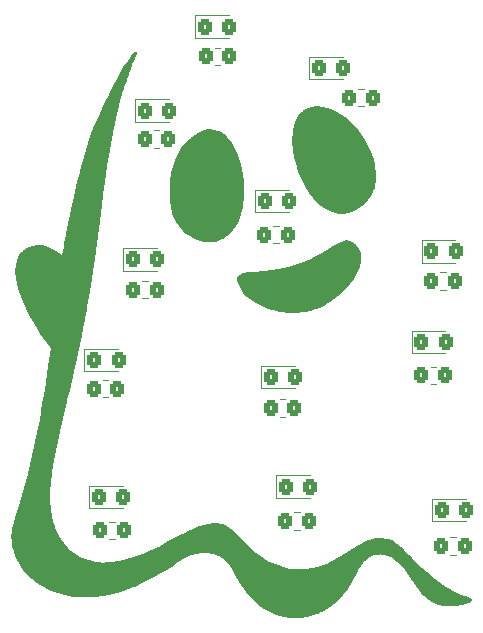
<source format=gto>
G04 #@! TF.GenerationSoftware,KiCad,Pcbnew,7.0.1-0*
G04 #@! TF.CreationDate,2023-08-21T12:14:01+02:00*
G04 #@! TF.ProjectId,ghost,67686f73-742e-46b6-9963-61645f706362,rev?*
G04 #@! TF.SameCoordinates,Original*
G04 #@! TF.FileFunction,Legend,Top*
G04 #@! TF.FilePolarity,Positive*
%FSLAX46Y46*%
G04 Gerber Fmt 4.6, Leading zero omitted, Abs format (unit mm)*
G04 Created by KiCad (PCBNEW 7.0.1-0) date 2023-08-21 12:14:01*
%MOMM*%
%LPD*%
G01*
G04 APERTURE LIST*
G04 Aperture macros list*
%AMRoundRect*
0 Rectangle with rounded corners*
0 $1 Rounding radius*
0 $2 $3 $4 $5 $6 $7 $8 $9 X,Y pos of 4 corners*
0 Add a 4 corners polygon primitive as box body*
4,1,4,$2,$3,$4,$5,$6,$7,$8,$9,$2,$3,0*
0 Add four circle primitives for the rounded corners*
1,1,$1+$1,$2,$3*
1,1,$1+$1,$4,$5*
1,1,$1+$1,$6,$7*
1,1,$1+$1,$8,$9*
0 Add four rect primitives between the rounded corners*
20,1,$1+$1,$2,$3,$4,$5,0*
20,1,$1+$1,$4,$5,$6,$7,0*
20,1,$1+$1,$6,$7,$8,$9,0*
20,1,$1+$1,$8,$9,$2,$3,0*%
G04 Aperture macros list end*
%ADD10C,0.056000*%
%ADD11C,0.050600*%
%ADD12C,0.150000*%
%ADD13C,0.120000*%
%ADD14RoundRect,0.250000X-0.325000X-0.450000X0.325000X-0.450000X0.325000X0.450000X-0.325000X0.450000X0*%
%ADD15RoundRect,0.250000X-0.350000X-0.450000X0.350000X-0.450000X0.350000X0.450000X-0.350000X0.450000X0*%
%ADD16C,0.001000*%
G04 APERTURE END LIST*
D10*
X156644837Y-87962607D02*
X156583160Y-87939934D01*
X156522008Y-87916105D01*
X156461372Y-87891111D01*
X156401244Y-87864946D01*
X156341614Y-87837603D01*
X156282474Y-87809075D01*
X156223814Y-87779356D01*
X156165625Y-87748439D01*
X156107899Y-87716317D01*
X156050626Y-87682983D01*
X155993798Y-87648430D01*
X155937406Y-87612652D01*
X155881440Y-87575641D01*
X155825892Y-87537391D01*
X155770753Y-87497896D01*
X155716014Y-87457148D01*
X155661665Y-87415140D01*
X155607699Y-87371866D01*
X155554105Y-87327320D01*
X155500875Y-87281493D01*
X155448000Y-87234380D01*
X155395471Y-87185973D01*
X155343279Y-87136266D01*
X155291416Y-87085252D01*
X155239871Y-87032924D01*
X155188637Y-86979276D01*
X155137704Y-86924300D01*
X155087063Y-86867990D01*
X155036706Y-86810339D01*
X154986623Y-86751340D01*
X154936805Y-86690986D01*
X154887244Y-86629272D01*
X145169733Y-90343951D02*
X145076977Y-90309385D01*
X144985976Y-90272487D01*
X144896730Y-90233253D01*
X144809237Y-90191684D01*
X144723497Y-90147779D01*
X144639509Y-90101537D01*
X144557271Y-90052957D01*
X144476785Y-90002037D01*
X144398047Y-89948778D01*
X144321058Y-89893178D01*
X144245817Y-89835236D01*
X144172323Y-89774952D01*
X144100575Y-89712325D01*
X144030572Y-89647353D01*
X143962314Y-89580036D01*
X143895800Y-89510373D01*
X143831028Y-89438363D01*
X143767999Y-89364005D01*
X143706710Y-89287299D01*
X143647162Y-89208243D01*
X143589354Y-89126836D01*
X143533285Y-89043078D01*
X143478953Y-88956968D01*
X143426359Y-88868504D01*
X143375501Y-88777687D01*
X143326378Y-88684515D01*
X143278990Y-88588987D01*
X143233336Y-88491102D01*
X143189415Y-88390860D01*
X143147227Y-88288259D01*
X143106769Y-88183299D01*
X143068043Y-88075979D01*
D11*
X133266731Y-115413290D02*
X133294594Y-115465992D01*
X133325865Y-115520874D01*
X133360350Y-115577728D01*
X133397856Y-115636346D01*
X133438190Y-115696521D01*
X133481159Y-115758047D01*
X133526570Y-115820717D01*
X133574228Y-115884322D01*
X133623942Y-115948657D01*
X133675517Y-116013514D01*
X133728760Y-116078685D01*
X133783479Y-116143965D01*
X133839480Y-116209144D01*
X133896570Y-116274018D01*
X133954556Y-116338378D01*
X134013243Y-116402017D01*
X134072440Y-116464728D01*
X134131953Y-116526305D01*
X134191588Y-116586539D01*
X134251153Y-116645225D01*
X134310453Y-116702154D01*
X134369297Y-116757120D01*
X134427490Y-116809915D01*
X134484840Y-116860333D01*
X134541153Y-116908166D01*
X134596236Y-116953207D01*
X134649896Y-116995249D01*
X134701940Y-117034086D01*
X134752173Y-117069509D01*
X134800404Y-117101312D01*
X134846438Y-117129287D01*
X134890084Y-117153229D01*
X135890251Y-94880250D02*
X135878620Y-94943560D01*
X135864476Y-95021560D01*
X135848012Y-95113144D01*
X135838972Y-95163684D01*
X135829425Y-95217205D01*
X135819395Y-95273570D01*
X135808906Y-95332639D01*
X135797984Y-95394275D01*
X135786652Y-95458339D01*
X135774934Y-95524694D01*
X135762855Y-95593200D01*
X135750440Y-95663721D01*
X135737711Y-95736117D01*
X135724694Y-95810250D01*
X135711414Y-95885983D01*
X135697893Y-95963177D01*
X135684157Y-96041693D01*
X135670229Y-96121395D01*
X135656135Y-96202142D01*
X135641898Y-96283798D01*
X135627543Y-96366224D01*
X135613093Y-96449281D01*
X135598574Y-96532833D01*
X135584009Y-96616739D01*
X135569423Y-96700863D01*
X135554840Y-96785066D01*
X135540284Y-96869209D01*
X135525780Y-96953155D01*
X135511352Y-97036766D01*
X129810996Y-93460686D02*
X129803594Y-93397213D01*
X129797613Y-93333226D01*
X129793034Y-93268807D01*
X129789840Y-93204043D01*
X129788015Y-93139015D01*
X129787541Y-93073809D01*
X129788401Y-93008509D01*
X129790577Y-92943198D01*
X129794053Y-92877960D01*
X129798811Y-92812880D01*
X129804835Y-92748042D01*
X129812106Y-92683529D01*
X129820608Y-92619426D01*
X129830324Y-92555817D01*
X129841237Y-92492786D01*
X129853328Y-92430416D01*
X129866582Y-92368792D01*
X129880981Y-92307999D01*
X129896507Y-92248119D01*
X129913144Y-92189237D01*
X129930874Y-92131437D01*
X129949681Y-92074803D01*
X129969546Y-92019419D01*
X129990454Y-91965370D01*
X130012386Y-91912739D01*
X130035325Y-91861610D01*
X130059255Y-91812067D01*
X130084158Y-91764194D01*
X130110017Y-91718076D01*
X130136815Y-91673797D01*
X130164534Y-91631439D01*
X130193158Y-91591089D01*
D12*
X132290000Y-90970000D02*
X132660000Y-91120000D01*
X132990000Y-91290000D01*
X133460000Y-91620000D01*
X133620000Y-91720000D01*
X133680000Y-91720000D01*
X133740000Y-91690000D01*
X136410000Y-91600000D01*
X136240000Y-92820000D01*
X136030000Y-94130000D01*
X135910000Y-94760000D01*
X135810000Y-95310000D01*
X135700000Y-95890000D01*
X135650000Y-96220000D01*
X135100000Y-99150000D01*
X134940000Y-99950000D01*
X134930000Y-99990000D01*
X134710000Y-100890000D01*
X134425202Y-102266324D01*
X134240000Y-103020000D01*
X134080000Y-103610000D01*
X133940000Y-104190000D01*
X133830000Y-104580000D01*
X133450000Y-106250000D01*
X133130000Y-107800000D01*
X132970000Y-108610000D01*
X132810000Y-109490000D01*
X132730000Y-110020000D01*
X132600000Y-111160000D01*
X132580000Y-111700000D01*
X132570000Y-112240000D01*
X132580000Y-112670000D01*
X132620000Y-112990000D01*
X132640000Y-113260000D01*
X132750000Y-113890000D01*
X132800000Y-114140000D01*
X132920000Y-114560000D01*
X133080000Y-115010000D01*
X133220000Y-115320000D01*
X133380000Y-115610000D01*
X133620000Y-115940000D01*
X133890000Y-116260000D01*
X134010000Y-116390000D01*
X134290000Y-116690000D01*
X134490000Y-116860000D01*
X134740000Y-117070000D01*
X135050000Y-117240000D01*
X135130000Y-117290000D01*
X135330000Y-117420000D01*
X135600000Y-117520000D01*
X135960000Y-117600000D01*
X136240000Y-117650000D01*
X136560000Y-117720000D01*
X136830000Y-117770000D01*
X137135205Y-117793256D01*
X137560000Y-117770000D01*
X137970000Y-117720000D01*
X138420000Y-117650000D01*
X138920000Y-117540000D01*
X139440000Y-117400000D01*
X139970000Y-117230000D01*
X140550000Y-117030000D01*
X141650000Y-116540000D01*
X142010000Y-116360000D01*
X142320000Y-116180000D01*
X142820000Y-115900000D01*
X143660000Y-115460000D01*
X143920000Y-115330000D01*
X144230000Y-115180000D01*
X144510000Y-115050000D01*
X144850000Y-114900000D01*
X145130000Y-114790000D01*
X145320000Y-114720000D01*
X145690000Y-114600000D01*
X145990000Y-114530000D01*
X146490000Y-114460000D01*
X146700000Y-114440000D01*
X147130000Y-114480000D01*
X147320000Y-114540000D01*
X147580000Y-114660000D01*
X147810000Y-114820000D01*
X148090000Y-115040000D01*
X148210000Y-115180000D01*
X148410000Y-115370000D01*
X149030000Y-116020000D01*
X149300000Y-116310000D01*
X149590000Y-116590000D01*
X149890000Y-116860000D01*
X150300000Y-117170000D01*
X150640000Y-117390000D01*
X151040000Y-117620000D01*
X151470000Y-117840000D01*
X151910000Y-118030000D01*
X152170000Y-118110000D01*
X152660000Y-118230000D01*
X152990000Y-118300000D01*
X154030000Y-118320000D01*
X154350000Y-118310000D01*
X154830000Y-118250000D01*
X155310000Y-118140000D01*
X156060000Y-117890000D01*
X156690000Y-117600000D01*
X157310000Y-117250000D01*
X157880000Y-116900000D01*
X158380000Y-116570000D01*
X158980000Y-116200000D01*
X159550000Y-115910000D01*
X159740000Y-115840000D01*
X160220000Y-115730000D01*
X160780000Y-115730000D01*
X161110000Y-115770000D01*
X161300000Y-115810000D01*
X161570000Y-115910000D01*
X161850000Y-116100000D01*
X162110000Y-116290000D01*
X162410000Y-116570000D01*
X162730000Y-116870000D01*
X163100000Y-117230000D01*
X163500000Y-117650000D01*
X163920000Y-118060000D01*
X164610000Y-118680000D01*
X164930000Y-118950000D01*
X165360000Y-119290000D01*
X165990000Y-119730000D01*
X166330000Y-119950000D01*
X166740000Y-120180000D01*
X166970000Y-120310000D01*
X167440000Y-120510000D01*
X167750000Y-120610000D01*
X168040000Y-120680000D01*
X168240000Y-120760000D01*
X168290288Y-120809248D01*
X168280000Y-120860000D01*
X168240000Y-120920000D01*
X167910000Y-121060000D01*
X167610000Y-121160000D01*
X167090000Y-121280000D01*
X166733106Y-121316888D01*
X166450000Y-121320000D01*
X166070000Y-121320000D01*
X165570000Y-121210000D01*
X165290000Y-121110000D01*
X164960000Y-120930000D01*
X164680000Y-120730000D01*
X164460000Y-120540000D01*
X164250000Y-120330000D01*
X164020000Y-120070000D01*
X163790000Y-119780000D01*
X163370000Y-119190000D01*
X163180000Y-118900000D01*
X162950000Y-118570000D01*
X162670000Y-118190000D01*
X162420000Y-117890000D01*
X162170000Y-117650000D01*
X161970000Y-117470000D01*
X161660000Y-117230000D01*
X161300000Y-117060000D01*
X160920000Y-116960000D01*
X160576303Y-116930649D01*
X160280000Y-116940000D01*
X159950000Y-117010000D01*
X159760000Y-117100000D01*
X159480000Y-117280000D01*
X159230000Y-117510000D01*
X159080000Y-117680000D01*
X158850000Y-118000000D01*
X158590000Y-118400000D01*
X157870000Y-119670000D01*
X157690000Y-119970000D01*
X157360000Y-120390000D01*
X157000000Y-120810000D01*
X156500000Y-121240000D01*
X156100000Y-121510000D01*
X155670000Y-121750000D01*
X155370000Y-121880000D01*
X154740000Y-122110000D01*
X154300000Y-122210000D01*
X153950000Y-122270000D01*
X153590000Y-122290000D01*
X153250000Y-122310000D01*
X152510000Y-122220000D01*
X152010000Y-122100000D01*
X151140000Y-121750000D01*
X150510000Y-121350000D01*
X150150000Y-121070000D01*
X149660000Y-120560000D01*
X149430000Y-120300000D01*
X149220000Y-120020000D01*
X149010000Y-119710000D01*
X148830000Y-119410000D01*
X148680000Y-119170000D01*
X148130000Y-118260000D01*
X147850000Y-117850000D01*
X147510000Y-117450000D01*
X147350000Y-117310000D01*
X147110000Y-117140000D01*
X146930000Y-117040000D01*
X146720000Y-116960000D01*
X146520000Y-116910000D01*
X146380000Y-116870000D01*
X146050000Y-116840000D01*
X145540000Y-116830000D01*
X145010000Y-116870000D01*
X144590000Y-116960000D01*
X143920000Y-117280000D01*
X143860000Y-117300000D01*
X143555095Y-117506989D01*
X143210000Y-117740000D01*
X142660000Y-118110000D01*
X140940000Y-119080000D01*
X140600000Y-119240000D01*
X140160000Y-119460000D01*
X139140000Y-119890000D01*
X139020000Y-119940000D01*
X138600000Y-120090000D01*
X138110000Y-120230000D01*
X137770000Y-120310000D01*
X137370000Y-120390000D01*
X136930000Y-120450000D01*
X136610000Y-120490000D01*
X136220000Y-120520000D01*
X135930000Y-120540000D01*
X135240000Y-120530000D01*
X135100000Y-120530000D01*
X134690000Y-120500000D01*
X134250000Y-120430000D01*
X133920000Y-120380000D01*
X133360000Y-120210000D01*
X133050000Y-120110000D01*
X132600000Y-119920000D01*
X132160000Y-119710000D01*
X131800000Y-119490000D01*
X131440000Y-119240000D01*
X131020000Y-118910000D01*
X130840000Y-118740000D01*
X130530000Y-118400000D01*
X130280000Y-118050000D01*
X130090000Y-117770000D01*
X129770000Y-117120000D01*
X129640000Y-116720000D01*
X129530000Y-116340000D01*
X129480000Y-115900000D01*
X129460000Y-115550000D01*
X129500000Y-115150000D01*
X129550000Y-114790000D01*
X129650000Y-114360000D01*
X129770000Y-113950000D01*
X129940000Y-113380000D01*
X130210000Y-112530000D01*
X130720000Y-110800000D01*
X130850000Y-110240000D01*
X130960000Y-109810000D01*
X131490000Y-107480000D01*
X131580000Y-107060000D01*
X131720000Y-106270000D01*
X131840000Y-105650000D01*
X132080000Y-104210000D01*
X132200000Y-103500000D01*
X132350000Y-102510000D01*
X132470000Y-101660000D01*
X132630000Y-100520000D01*
X132778459Y-99492736D01*
X132550000Y-99180000D01*
X131980000Y-98430000D01*
X131790000Y-98150000D01*
X131420000Y-97540000D01*
X130990000Y-96750000D01*
X130630000Y-95990000D01*
X130230000Y-95000000D01*
X130040000Y-94440000D01*
X129910000Y-94000000D01*
X129810000Y-93570000D01*
X129780000Y-93070000D01*
X129830000Y-92530000D01*
X129910000Y-92170000D01*
X130020000Y-91870000D01*
X130193158Y-91591089D01*
X130390000Y-91390000D01*
X130600000Y-91250000D01*
X130850000Y-91100000D01*
X131210000Y-90950000D01*
X131610000Y-90880000D01*
X131900000Y-90880000D01*
X132290000Y-90970000D01*
G36*
X132290000Y-90970000D02*
G01*
X132660000Y-91120000D01*
X132990000Y-91290000D01*
X133460000Y-91620000D01*
X133620000Y-91720000D01*
X133680000Y-91720000D01*
X133740000Y-91690000D01*
X136410000Y-91600000D01*
X136240000Y-92820000D01*
X136030000Y-94130000D01*
X135910000Y-94760000D01*
X135810000Y-95310000D01*
X135700000Y-95890000D01*
X135650000Y-96220000D01*
X135100000Y-99150000D01*
X134940000Y-99950000D01*
X134930000Y-99990000D01*
X134710000Y-100890000D01*
X134425202Y-102266324D01*
X134240000Y-103020000D01*
X134080000Y-103610000D01*
X133940000Y-104190000D01*
X133830000Y-104580000D01*
X133450000Y-106250000D01*
X133130000Y-107800000D01*
X132970000Y-108610000D01*
X132810000Y-109490000D01*
X132730000Y-110020000D01*
X132600000Y-111160000D01*
X132580000Y-111700000D01*
X132570000Y-112240000D01*
X132580000Y-112670000D01*
X132620000Y-112990000D01*
X132640000Y-113260000D01*
X132750000Y-113890000D01*
X132800000Y-114140000D01*
X132920000Y-114560000D01*
X133080000Y-115010000D01*
X133220000Y-115320000D01*
X133380000Y-115610000D01*
X133620000Y-115940000D01*
X133890000Y-116260000D01*
X134010000Y-116390000D01*
X134290000Y-116690000D01*
X134490000Y-116860000D01*
X134740000Y-117070000D01*
X135050000Y-117240000D01*
X135130000Y-117290000D01*
X135330000Y-117420000D01*
X135600000Y-117520000D01*
X135960000Y-117600000D01*
X136240000Y-117650000D01*
X136560000Y-117720000D01*
X136830000Y-117770000D01*
X137135205Y-117793256D01*
X137560000Y-117770000D01*
X137970000Y-117720000D01*
X138420000Y-117650000D01*
X138920000Y-117540000D01*
X139440000Y-117400000D01*
X139970000Y-117230000D01*
X140550000Y-117030000D01*
X141650000Y-116540000D01*
X142010000Y-116360000D01*
X142320000Y-116180000D01*
X142820000Y-115900000D01*
X143660000Y-115460000D01*
X143920000Y-115330000D01*
X144230000Y-115180000D01*
X144510000Y-115050000D01*
X144850000Y-114900000D01*
X145130000Y-114790000D01*
X145320000Y-114720000D01*
X145690000Y-114600000D01*
X145990000Y-114530000D01*
X146490000Y-114460000D01*
X146700000Y-114440000D01*
X147130000Y-114480000D01*
X147320000Y-114540000D01*
X147580000Y-114660000D01*
X147810000Y-114820000D01*
X148090000Y-115040000D01*
X148210000Y-115180000D01*
X148410000Y-115370000D01*
X149030000Y-116020000D01*
X149300000Y-116310000D01*
X149590000Y-116590000D01*
X149890000Y-116860000D01*
X150300000Y-117170000D01*
X150640000Y-117390000D01*
X151040000Y-117620000D01*
X151470000Y-117840000D01*
X151910000Y-118030000D01*
X152170000Y-118110000D01*
X152660000Y-118230000D01*
X152990000Y-118300000D01*
X154030000Y-118320000D01*
X154350000Y-118310000D01*
X154830000Y-118250000D01*
X155310000Y-118140000D01*
X156060000Y-117890000D01*
X156690000Y-117600000D01*
X157310000Y-117250000D01*
X157880000Y-116900000D01*
X158380000Y-116570000D01*
X158980000Y-116200000D01*
X159550000Y-115910000D01*
X159740000Y-115840000D01*
X160220000Y-115730000D01*
X160780000Y-115730000D01*
X161110000Y-115770000D01*
X161300000Y-115810000D01*
X161570000Y-115910000D01*
X161850000Y-116100000D01*
X162110000Y-116290000D01*
X162410000Y-116570000D01*
X162730000Y-116870000D01*
X163100000Y-117230000D01*
X163500000Y-117650000D01*
X163920000Y-118060000D01*
X164610000Y-118680000D01*
X164930000Y-118950000D01*
X165360000Y-119290000D01*
X165990000Y-119730000D01*
X166330000Y-119950000D01*
X166740000Y-120180000D01*
X166970000Y-120310000D01*
X167440000Y-120510000D01*
X167750000Y-120610000D01*
X168040000Y-120680000D01*
X168240000Y-120760000D01*
X168290288Y-120809248D01*
X168280000Y-120860000D01*
X168240000Y-120920000D01*
X167910000Y-121060000D01*
X167610000Y-121160000D01*
X167090000Y-121280000D01*
X166733106Y-121316888D01*
X166450000Y-121320000D01*
X166070000Y-121320000D01*
X165570000Y-121210000D01*
X165290000Y-121110000D01*
X164960000Y-120930000D01*
X164680000Y-120730000D01*
X164460000Y-120540000D01*
X164250000Y-120330000D01*
X164020000Y-120070000D01*
X163790000Y-119780000D01*
X163370000Y-119190000D01*
X163180000Y-118900000D01*
X162950000Y-118570000D01*
X162670000Y-118190000D01*
X162420000Y-117890000D01*
X162170000Y-117650000D01*
X161970000Y-117470000D01*
X161660000Y-117230000D01*
X161300000Y-117060000D01*
X160920000Y-116960000D01*
X160576303Y-116930649D01*
X160280000Y-116940000D01*
X159950000Y-117010000D01*
X159760000Y-117100000D01*
X159480000Y-117280000D01*
X159230000Y-117510000D01*
X159080000Y-117680000D01*
X158850000Y-118000000D01*
X158590000Y-118400000D01*
X157870000Y-119670000D01*
X157690000Y-119970000D01*
X157360000Y-120390000D01*
X157000000Y-120810000D01*
X156500000Y-121240000D01*
X156100000Y-121510000D01*
X155670000Y-121750000D01*
X155370000Y-121880000D01*
X154740000Y-122110000D01*
X154300000Y-122210000D01*
X153950000Y-122270000D01*
X153590000Y-122290000D01*
X153250000Y-122310000D01*
X152510000Y-122220000D01*
X152010000Y-122100000D01*
X151140000Y-121750000D01*
X150510000Y-121350000D01*
X150150000Y-121070000D01*
X149660000Y-120560000D01*
X149430000Y-120300000D01*
X149220000Y-120020000D01*
X149010000Y-119710000D01*
X148830000Y-119410000D01*
X148680000Y-119170000D01*
X148130000Y-118260000D01*
X147850000Y-117850000D01*
X147510000Y-117450000D01*
X147350000Y-117310000D01*
X147110000Y-117140000D01*
X146930000Y-117040000D01*
X146720000Y-116960000D01*
X146520000Y-116910000D01*
X146380000Y-116870000D01*
X146050000Y-116840000D01*
X145540000Y-116830000D01*
X145010000Y-116870000D01*
X144590000Y-116960000D01*
X143920000Y-117280000D01*
X143860000Y-117300000D01*
X143555095Y-117506989D01*
X143210000Y-117740000D01*
X142660000Y-118110000D01*
X140940000Y-119080000D01*
X140600000Y-119240000D01*
X140160000Y-119460000D01*
X139140000Y-119890000D01*
X139020000Y-119940000D01*
X138600000Y-120090000D01*
X138110000Y-120230000D01*
X137770000Y-120310000D01*
X137370000Y-120390000D01*
X136930000Y-120450000D01*
X136610000Y-120490000D01*
X136220000Y-120520000D01*
X135930000Y-120540000D01*
X135240000Y-120530000D01*
X135100000Y-120530000D01*
X134690000Y-120500000D01*
X134250000Y-120430000D01*
X133920000Y-120380000D01*
X133360000Y-120210000D01*
X133050000Y-120110000D01*
X132600000Y-119920000D01*
X132160000Y-119710000D01*
X131800000Y-119490000D01*
X131440000Y-119240000D01*
X131020000Y-118910000D01*
X130840000Y-118740000D01*
X130530000Y-118400000D01*
X130280000Y-118050000D01*
X130090000Y-117770000D01*
X129770000Y-117120000D01*
X129640000Y-116720000D01*
X129530000Y-116340000D01*
X129480000Y-115900000D01*
X129460000Y-115550000D01*
X129500000Y-115150000D01*
X129550000Y-114790000D01*
X129650000Y-114360000D01*
X129770000Y-113950000D01*
X129940000Y-113380000D01*
X130210000Y-112530000D01*
X130720000Y-110800000D01*
X130850000Y-110240000D01*
X130960000Y-109810000D01*
X131490000Y-107480000D01*
X131580000Y-107060000D01*
X131720000Y-106270000D01*
X131840000Y-105650000D01*
X132080000Y-104210000D01*
X132200000Y-103500000D01*
X132350000Y-102510000D01*
X132470000Y-101660000D01*
X132630000Y-100520000D01*
X132778459Y-99492736D01*
X132550000Y-99180000D01*
X131980000Y-98430000D01*
X131790000Y-98150000D01*
X131420000Y-97540000D01*
X130990000Y-96750000D01*
X130630000Y-95990000D01*
X130230000Y-95000000D01*
X130040000Y-94440000D01*
X129910000Y-94000000D01*
X129810000Y-93570000D01*
X129780000Y-93070000D01*
X129830000Y-92530000D01*
X129910000Y-92170000D01*
X130020000Y-91870000D01*
X130193158Y-91591089D01*
X130390000Y-91390000D01*
X130600000Y-91250000D01*
X130850000Y-91100000D01*
X131210000Y-90950000D01*
X131610000Y-90880000D01*
X131900000Y-90880000D01*
X132290000Y-90970000D01*
G37*
D11*
X152183527Y-122151307D02*
X152043794Y-122111865D01*
X151906539Y-122069334D01*
X151771698Y-122023657D01*
X151639206Y-121974778D01*
X151508997Y-121922641D01*
X151381006Y-121867190D01*
X151255168Y-121808369D01*
X151131418Y-121746122D01*
X151009692Y-121680392D01*
X150889923Y-121611124D01*
X150772048Y-121538262D01*
X150656001Y-121461749D01*
X150541716Y-121381530D01*
X150429130Y-121297548D01*
X150318176Y-121209747D01*
X150208790Y-121118072D01*
X150100907Y-121022466D01*
X149994461Y-120922873D01*
X149889389Y-120819237D01*
X149785623Y-120711502D01*
X149683101Y-120599612D01*
X149581756Y-120483510D01*
X149481523Y-120363142D01*
X149382338Y-120238450D01*
X149284135Y-120109379D01*
X149186849Y-119975872D01*
X149090416Y-119837874D01*
X148994770Y-119695328D01*
X148899846Y-119548179D01*
X148805579Y-119396370D01*
X148711904Y-119239845D01*
X148618757Y-119078549D01*
X134214800Y-103128933D02*
X134188339Y-103217920D01*
X134160008Y-103317003D01*
X134129904Y-103425741D01*
X134098130Y-103543690D01*
X134064783Y-103670408D01*
X134029965Y-103805453D01*
X133993775Y-103948382D01*
X133956314Y-104098752D01*
X133917681Y-104256122D01*
X133877976Y-104420049D01*
X133837300Y-104590090D01*
X133795751Y-104765803D01*
X133753431Y-104946746D01*
X133710439Y-105132475D01*
X133666875Y-105322549D01*
X133622840Y-105516525D01*
X133578432Y-105713961D01*
X133533753Y-105914414D01*
X133488902Y-106117442D01*
X133443978Y-106322602D01*
X133399083Y-106529452D01*
X133354316Y-106737550D01*
X133309777Y-106946452D01*
X133265565Y-107155717D01*
X133221782Y-107364902D01*
X133178526Y-107573565D01*
X133135899Y-107781262D01*
X133093999Y-107987553D01*
X133052927Y-108191993D01*
X133012783Y-108394142D01*
X132973666Y-108593556D01*
X132935678Y-108789793D01*
D12*
X155690000Y-79180000D02*
X156100000Y-79260000D01*
X156590000Y-79450000D01*
X157220000Y-79800000D01*
X157620000Y-80090000D01*
X158240000Y-80660000D01*
X158710000Y-81190000D01*
X159390000Y-82220000D01*
X159710000Y-82920000D01*
X159950000Y-83590000D01*
X160060000Y-84040000D01*
X160110000Y-84340000D01*
X160160000Y-84890000D01*
X160140000Y-85290000D01*
X160110000Y-85640000D01*
X159940000Y-86210000D01*
X159630000Y-86750000D01*
X159280000Y-87180000D01*
X158910000Y-87490000D01*
X158460000Y-87780000D01*
X157820000Y-88020000D01*
X157620000Y-88070000D01*
X157320000Y-88100000D01*
X157110000Y-88100000D01*
X156900000Y-88060000D01*
X156240000Y-87790000D01*
X155970000Y-87640000D01*
X155730000Y-87470000D01*
X155540000Y-87320000D01*
X155110000Y-86880000D01*
X154920000Y-86670000D01*
X154760000Y-86470000D01*
X154580000Y-86220000D01*
X154170000Y-85490000D01*
X154120000Y-85400000D01*
X153990000Y-85130000D01*
X153840000Y-84790000D01*
X153660000Y-84270000D01*
X153610000Y-84160000D01*
X153530000Y-83850000D01*
X153410000Y-83410000D01*
X153300000Y-82740000D01*
X153230000Y-82030000D01*
X153270000Y-81180000D01*
X153380000Y-80610000D01*
X153640000Y-80030000D01*
X153750000Y-79870000D01*
X153830000Y-79770000D01*
X154030000Y-79590000D01*
X154360000Y-79370000D01*
X154750000Y-79230000D01*
X155310000Y-79150000D01*
X155690000Y-79180000D01*
G36*
X155690000Y-79180000D02*
G01*
X156100000Y-79260000D01*
X156590000Y-79450000D01*
X157220000Y-79800000D01*
X157620000Y-80090000D01*
X158240000Y-80660000D01*
X158710000Y-81190000D01*
X159390000Y-82220000D01*
X159710000Y-82920000D01*
X159950000Y-83590000D01*
X160060000Y-84040000D01*
X160110000Y-84340000D01*
X160160000Y-84890000D01*
X160140000Y-85290000D01*
X160110000Y-85640000D01*
X159940000Y-86210000D01*
X159630000Y-86750000D01*
X159280000Y-87180000D01*
X158910000Y-87490000D01*
X158460000Y-87780000D01*
X157820000Y-88020000D01*
X157620000Y-88070000D01*
X157320000Y-88100000D01*
X157110000Y-88100000D01*
X156900000Y-88060000D01*
X156240000Y-87790000D01*
X155970000Y-87640000D01*
X155730000Y-87470000D01*
X155540000Y-87320000D01*
X155110000Y-86880000D01*
X154920000Y-86670000D01*
X154760000Y-86470000D01*
X154580000Y-86220000D01*
X154170000Y-85490000D01*
X154120000Y-85400000D01*
X153990000Y-85130000D01*
X153840000Y-84790000D01*
X153660000Y-84270000D01*
X153610000Y-84160000D01*
X153530000Y-83850000D01*
X153410000Y-83410000D01*
X153300000Y-82740000D01*
X153230000Y-82030000D01*
X153270000Y-81180000D01*
X153380000Y-80610000D01*
X153640000Y-80030000D01*
X153750000Y-79870000D01*
X153830000Y-79770000D01*
X154030000Y-79590000D01*
X154360000Y-79370000D01*
X154750000Y-79230000D01*
X155310000Y-79150000D01*
X155690000Y-79180000D01*
G37*
D10*
X148711824Y-94118803D02*
X148681041Y-94037630D01*
X148654388Y-93965530D01*
X148631879Y-93901633D01*
X148613524Y-93845067D01*
X148593812Y-93772063D01*
X148583521Y-93710661D01*
X148584529Y-93641763D01*
X148602466Y-93581308D01*
X148637431Y-93522335D01*
X148674892Y-93474889D01*
X148722033Y-93421424D01*
X145336562Y-81323412D02*
X145484686Y-81258938D01*
X145630825Y-81205564D01*
X145774927Y-81163244D01*
X145916943Y-81131934D01*
X146056825Y-81111588D01*
X146194522Y-81102161D01*
X146329985Y-81103607D01*
X146463165Y-81115881D01*
X146594012Y-81138938D01*
X146722477Y-81172732D01*
X146848510Y-81217218D01*
X146972062Y-81272351D01*
X147093084Y-81338085D01*
X147211526Y-81414376D01*
X147327339Y-81501177D01*
X147440472Y-81598444D01*
X147550878Y-81706130D01*
X147658506Y-81824192D01*
X147763307Y-81952583D01*
X147865231Y-82091258D01*
X147964230Y-82240172D01*
X148060253Y-82399280D01*
X148153251Y-82568536D01*
X148243175Y-82747895D01*
X148329976Y-82937311D01*
X148413603Y-83136740D01*
X148494008Y-83346135D01*
X148571141Y-83565452D01*
X148644952Y-83794646D01*
X148715393Y-84033670D01*
X148782414Y-84282480D01*
X148845965Y-84541031D01*
D11*
X129530000Y-116290000D02*
X129516169Y-116213599D01*
X129503867Y-116138042D01*
X129493128Y-116063104D01*
X129483988Y-115988559D01*
X129476481Y-115914185D01*
X129470642Y-115839757D01*
X129466506Y-115765049D01*
X129464109Y-115689838D01*
X129463484Y-115613900D01*
X129464668Y-115537010D01*
X129467694Y-115458943D01*
X129472599Y-115379476D01*
X129479416Y-115298383D01*
X129488181Y-115215441D01*
X129498928Y-115130425D01*
X129511693Y-115043110D01*
X129526511Y-114953273D01*
X129543416Y-114860689D01*
X129562444Y-114765133D01*
X129583629Y-114666382D01*
X129607006Y-114564210D01*
X129632610Y-114458393D01*
X129660477Y-114348708D01*
X129690641Y-114234929D01*
X129723136Y-114116832D01*
X129757999Y-113994193D01*
X129795264Y-113866787D01*
X129834965Y-113734390D01*
X129877138Y-113596779D01*
X129921818Y-113453727D01*
X129969040Y-113305011D01*
X130018839Y-113150407D01*
X148618757Y-119078549D02*
X148519559Y-118905202D01*
X148423615Y-118740661D01*
X148330637Y-118584707D01*
X148240338Y-118437125D01*
X148152432Y-118297698D01*
X148066631Y-118166208D01*
X147982649Y-118042439D01*
X147900200Y-117926174D01*
X147818995Y-117817197D01*
X147738750Y-117715290D01*
X147659175Y-117620237D01*
X147579986Y-117531821D01*
X147500895Y-117449826D01*
X147421616Y-117374033D01*
X147341860Y-117304228D01*
X147261343Y-117240192D01*
X147179777Y-117181709D01*
X147096874Y-117128563D01*
X147012350Y-117080536D01*
X146925915Y-117037412D01*
X146837285Y-116998973D01*
X146746171Y-116965004D01*
X146652288Y-116935288D01*
X146555348Y-116909607D01*
X146455065Y-116887744D01*
X146351152Y-116869484D01*
X146243322Y-116854609D01*
X146131288Y-116842903D01*
X146014763Y-116834148D01*
X145893461Y-116828128D01*
X145767095Y-116824626D01*
X145635379Y-116823426D01*
X137844127Y-81542497D02*
X137812730Y-81699506D01*
X137781488Y-81858598D01*
X137750412Y-82019699D01*
X137719513Y-82182731D01*
X137688803Y-82347619D01*
X137658294Y-82514288D01*
X137627997Y-82682662D01*
X137597925Y-82852664D01*
X137568087Y-83024220D01*
X137538497Y-83197254D01*
X137509165Y-83371690D01*
X137480104Y-83547452D01*
X137451325Y-83724464D01*
X137422839Y-83902651D01*
X137394658Y-84081937D01*
X137366794Y-84262247D01*
X137339258Y-84443505D01*
X137312062Y-84625634D01*
X137285217Y-84808560D01*
X137258736Y-84992206D01*
X137232629Y-85176497D01*
X137206909Y-85361358D01*
X137181586Y-85546712D01*
X137156673Y-85732483D01*
X137132181Y-85918597D01*
X137108122Y-86104977D01*
X137084507Y-86291547D01*
X137061347Y-86478233D01*
X137038656Y-86664957D01*
X137016443Y-86851645D01*
X136994721Y-87038221D01*
X136973502Y-87224610D01*
D10*
X149630425Y-93206095D02*
X149713949Y-93205313D01*
X149801637Y-93203099D01*
X149893256Y-93199487D01*
X149988570Y-93194515D01*
X150087345Y-93188219D01*
X150189346Y-93180635D01*
X150294338Y-93171800D01*
X150402086Y-93161750D01*
X150512357Y-93150522D01*
X150624916Y-93138152D01*
X150739527Y-93124677D01*
X150855956Y-93110133D01*
X150973968Y-93094556D01*
X151093330Y-93077982D01*
X151213805Y-93060450D01*
X151335160Y-93041993D01*
X151457160Y-93022650D01*
X151579570Y-93002457D01*
X151702155Y-92981449D01*
X151824682Y-92959664D01*
X151946914Y-92937138D01*
X152068618Y-92913907D01*
X152189559Y-92890008D01*
X152309503Y-92865477D01*
X152428214Y-92840351D01*
X152545457Y-92814665D01*
X152661000Y-92788457D01*
X152774605Y-92761763D01*
X152886040Y-92734619D01*
X152995069Y-92707062D01*
X153101458Y-92679129D01*
X153204972Y-92650855D01*
D11*
X160576303Y-116930649D02*
X160487246Y-116932061D01*
X160400651Y-116936392D01*
X160316366Y-116943779D01*
X160234240Y-116954360D01*
X160154123Y-116968273D01*
X160075865Y-116985657D01*
X159999313Y-117006648D01*
X159924318Y-117031387D01*
X159850729Y-117060009D01*
X159778395Y-117092655D01*
X159707165Y-117129461D01*
X159636889Y-117170565D01*
X159567416Y-117216107D01*
X159498596Y-117266224D01*
X159430276Y-117321053D01*
X159362308Y-117380734D01*
X159294539Y-117445404D01*
X159226820Y-117515201D01*
X159158999Y-117590264D01*
X159090926Y-117670730D01*
X159022450Y-117756737D01*
X158953421Y-117848424D01*
X158883687Y-117945929D01*
X158813098Y-118049390D01*
X158741503Y-118158944D01*
X158668752Y-118274731D01*
X158594693Y-118396887D01*
X158519177Y-118525552D01*
X158442052Y-118660863D01*
X158363167Y-118802958D01*
X158282372Y-118951975D01*
X158199517Y-119108054D01*
D12*
X136431178Y-91429822D02*
X136410000Y-91600000D01*
X135900000Y-91720000D01*
X135980000Y-91380000D01*
X136431178Y-91429822D01*
G36*
X136431178Y-91429822D02*
G01*
X136410000Y-91600000D01*
X135900000Y-91720000D01*
X135980000Y-91380000D01*
X136431178Y-91429822D01*
G37*
D10*
X154818907Y-96251459D02*
X154724929Y-96279232D01*
X154627969Y-96305026D01*
X154528217Y-96328845D01*
X154425866Y-96350691D01*
X154321106Y-96370570D01*
X154214129Y-96388485D01*
X154105127Y-96404440D01*
X153994292Y-96418439D01*
X153881814Y-96430487D01*
X153767886Y-96440586D01*
X153652699Y-96448742D01*
X153536444Y-96454957D01*
X153419314Y-96459237D01*
X153301499Y-96461584D01*
X153183192Y-96462004D01*
X153064583Y-96460499D01*
X152945864Y-96457075D01*
X152827228Y-96451734D01*
X152708865Y-96444481D01*
X152590966Y-96435320D01*
X152473725Y-96424255D01*
X152357331Y-96411290D01*
X152241977Y-96396429D01*
X152127855Y-96379675D01*
X152015155Y-96361033D01*
X151904069Y-96340507D01*
X151794790Y-96318101D01*
X151687507Y-96293818D01*
X151582414Y-96267663D01*
X151479701Y-96239639D01*
X151379561Y-96209752D01*
X151282184Y-96178004D01*
D12*
X146470000Y-81120000D02*
X146840000Y-81220000D01*
X147130000Y-81350000D01*
X147440000Y-81580000D01*
X147740000Y-81920000D01*
X147930000Y-82180000D01*
X148300000Y-82860000D01*
X148540000Y-83470000D01*
X148810000Y-84400000D01*
X148930000Y-85030000D01*
X148980000Y-85690000D01*
X148930000Y-87030000D01*
X148870000Y-87560000D01*
X148750000Y-88130000D01*
X148500000Y-88820000D01*
X148240000Y-89230000D01*
X147970000Y-89590000D01*
X147610000Y-89950000D01*
X147050000Y-90280000D01*
X146650000Y-90420000D01*
X146330000Y-90490000D01*
X145830000Y-90490000D01*
X145169735Y-90343951D01*
X144630000Y-90090000D01*
X144150000Y-89760000D01*
X143730000Y-89330000D01*
X143430000Y-88860000D01*
X143170000Y-88330000D01*
X143068043Y-88075979D01*
X142900000Y-87120000D01*
X142860000Y-86300000D01*
X142880000Y-85450000D01*
X142990000Y-84700000D01*
X143120000Y-84230000D01*
X143420000Y-83440000D01*
X143860000Y-82640000D01*
X144540000Y-81850000D01*
X145336562Y-81323412D01*
X145920000Y-81110000D01*
X146210000Y-81100000D01*
X146250000Y-81100000D01*
X146470000Y-81120000D01*
G36*
X146470000Y-81120000D02*
G01*
X146840000Y-81220000D01*
X147130000Y-81350000D01*
X147440000Y-81580000D01*
X147740000Y-81920000D01*
X147930000Y-82180000D01*
X148300000Y-82860000D01*
X148540000Y-83470000D01*
X148810000Y-84400000D01*
X148930000Y-85030000D01*
X148980000Y-85690000D01*
X148930000Y-87030000D01*
X148870000Y-87560000D01*
X148750000Y-88130000D01*
X148500000Y-88820000D01*
X148240000Y-89230000D01*
X147970000Y-89590000D01*
X147610000Y-89950000D01*
X147050000Y-90280000D01*
X146650000Y-90420000D01*
X146330000Y-90490000D01*
X145830000Y-90490000D01*
X145169735Y-90343951D01*
X144630000Y-90090000D01*
X144150000Y-89760000D01*
X143730000Y-89330000D01*
X143430000Y-88860000D01*
X143170000Y-88330000D01*
X143068043Y-88075979D01*
X142900000Y-87120000D01*
X142860000Y-86300000D01*
X142880000Y-85450000D01*
X142990000Y-84700000D01*
X143120000Y-84230000D01*
X143420000Y-83440000D01*
X143860000Y-82640000D01*
X144540000Y-81850000D01*
X145336562Y-81323412D01*
X145920000Y-81110000D01*
X146210000Y-81100000D01*
X146250000Y-81100000D01*
X146470000Y-81120000D01*
G37*
D11*
X136431178Y-91429822D02*
X136419350Y-91522150D01*
X136406926Y-91617200D01*
X136393931Y-91714800D01*
X136380392Y-91814779D01*
X136366337Y-91916962D01*
X136351792Y-92021179D01*
X136336785Y-92127257D01*
X136321342Y-92235024D01*
X136305490Y-92344307D01*
X136289257Y-92454935D01*
X136272670Y-92566735D01*
X136255754Y-92679534D01*
X136238539Y-92793161D01*
X136221050Y-92907444D01*
X136203314Y-93022210D01*
X136185359Y-93137286D01*
X136167211Y-93252502D01*
X136148897Y-93367683D01*
X136130446Y-93482659D01*
X136111882Y-93597257D01*
X136093234Y-93711305D01*
X136074529Y-93824630D01*
X136055793Y-93937060D01*
X136037053Y-94048423D01*
X136018337Y-94158547D01*
X135999672Y-94267260D01*
X135981084Y-94374389D01*
X135962600Y-94479762D01*
X135944248Y-94583207D01*
X135926054Y-94684551D01*
X135908046Y-94783623D01*
X135890251Y-94880250D01*
X163393625Y-117542806D02*
X163546399Y-117697621D01*
X163699656Y-117849589D01*
X163853266Y-117998624D01*
X164007101Y-118144635D01*
X164161035Y-118287534D01*
X164314938Y-118427234D01*
X164468683Y-118563646D01*
X164622141Y-118696680D01*
X164775186Y-118826250D01*
X164927689Y-118952267D01*
X165079521Y-119074641D01*
X165230556Y-119193286D01*
X165380664Y-119308112D01*
X165529719Y-119419030D01*
X165677592Y-119525954D01*
X165824156Y-119628793D01*
X165969281Y-119727461D01*
X166112841Y-119821868D01*
X166254708Y-119911926D01*
X166394753Y-119997546D01*
X166532848Y-120078641D01*
X166668866Y-120155122D01*
X166802678Y-120226900D01*
X166934158Y-120293887D01*
X167063175Y-120355995D01*
X167189604Y-120413136D01*
X167313315Y-120465220D01*
X167434182Y-120512159D01*
X167552075Y-120553866D01*
X167666867Y-120590252D01*
X167778430Y-120621228D01*
X167886637Y-120646706D01*
X132935678Y-108789793D02*
X132884163Y-109065447D01*
X132836605Y-109335969D01*
X132793006Y-109601429D01*
X132753370Y-109861896D01*
X132717701Y-110117441D01*
X132686001Y-110368135D01*
X132658275Y-110614047D01*
X132634525Y-110855247D01*
X132614756Y-111091807D01*
X132598971Y-111323796D01*
X132587173Y-111551284D01*
X132579366Y-111774342D01*
X132575554Y-111993040D01*
X132575739Y-112207448D01*
X132579926Y-112417636D01*
X132588118Y-112623675D01*
X132600319Y-112825635D01*
X132616531Y-113023585D01*
X132636759Y-113217597D01*
X132661006Y-113407741D01*
X132689275Y-113594086D01*
X132721571Y-113776704D01*
X132757896Y-113955663D01*
X132798254Y-114131036D01*
X132842649Y-114302890D01*
X132891084Y-114471298D01*
X132943562Y-114636329D01*
X133000087Y-114798053D01*
X133060663Y-114956541D01*
X133125294Y-115111863D01*
X133193982Y-115264089D01*
X133266731Y-115413290D01*
D10*
X143078347Y-84389742D02*
X143122016Y-84249432D01*
X143167674Y-84111650D01*
X143215294Y-83976430D01*
X143264852Y-83843805D01*
X143316322Y-83713810D01*
X143369679Y-83586479D01*
X143424898Y-83461847D01*
X143481954Y-83339948D01*
X143540820Y-83220816D01*
X143601473Y-83104485D01*
X143663886Y-82990991D01*
X143728035Y-82880366D01*
X143793894Y-82772646D01*
X143861438Y-82667864D01*
X143930642Y-82566056D01*
X144001480Y-82467255D01*
X144073928Y-82371495D01*
X144147959Y-82278811D01*
X144223549Y-82189237D01*
X144300672Y-82102808D01*
X144379304Y-82019558D01*
X144459418Y-81939520D01*
X144540990Y-81862730D01*
X144623994Y-81789222D01*
X144708405Y-81719030D01*
X144794199Y-81652188D01*
X144881348Y-81588730D01*
X144969829Y-81528692D01*
X145059616Y-81472106D01*
X145150684Y-81419008D01*
X145243008Y-81369432D01*
X145336562Y-81323412D01*
D11*
X134890084Y-117153229D02*
X134936173Y-117177357D01*
X134981350Y-117201707D01*
X135039110Y-117233881D01*
X135092711Y-117264917D01*
X135140703Y-117293937D01*
X135190598Y-117326042D01*
X135231926Y-117356191D01*
X135243577Y-117366976D01*
D10*
X158304019Y-80726380D02*
X158451230Y-80888153D01*
X158592966Y-81053762D01*
X158729143Y-81222911D01*
X158859678Y-81395303D01*
X158984486Y-81570643D01*
X159103485Y-81748633D01*
X159216591Y-81928978D01*
X159323721Y-82111382D01*
X159424791Y-82295549D01*
X159519718Y-82481182D01*
X159608419Y-82667985D01*
X159690809Y-82855662D01*
X159766805Y-83043918D01*
X159836325Y-83232455D01*
X159899284Y-83420978D01*
X159955599Y-83609191D01*
X160005187Y-83796797D01*
X160047964Y-83983501D01*
X160083846Y-84169005D01*
X160112751Y-84353015D01*
X160134595Y-84535233D01*
X160149294Y-84715364D01*
X160156765Y-84893112D01*
X160156925Y-85068180D01*
X160149689Y-85240272D01*
X160134975Y-85409093D01*
X160112699Y-85574345D01*
X160082778Y-85735734D01*
X160045128Y-85892962D01*
X159999666Y-86045733D01*
X159946308Y-86193752D01*
X159884972Y-86336723D01*
D11*
X158199517Y-119108054D02*
X158114898Y-119265345D01*
X158028663Y-119418374D01*
X157940778Y-119567166D01*
X157851214Y-119711747D01*
X157759938Y-119852143D01*
X157666919Y-119988380D01*
X157572127Y-120120484D01*
X157475529Y-120248481D01*
X157377095Y-120372397D01*
X157276794Y-120492259D01*
X157174593Y-120608091D01*
X157070463Y-120719921D01*
X156964371Y-120827773D01*
X156856286Y-120931675D01*
X156746177Y-121031651D01*
X156634014Y-121127729D01*
X156519763Y-121219933D01*
X156403395Y-121308291D01*
X156284878Y-121392827D01*
X156164181Y-121473569D01*
X156041273Y-121550541D01*
X155916121Y-121623771D01*
X155788696Y-121693283D01*
X155658966Y-121759104D01*
X155526899Y-121821261D01*
X155392464Y-121879778D01*
X155255630Y-121934682D01*
X155116366Y-121985999D01*
X154974640Y-122033755D01*
X154830422Y-122077976D01*
X154683679Y-122118688D01*
X154534382Y-122155917D01*
D10*
X143068043Y-88075979D02*
X143043850Y-88000751D01*
X143021252Y-87918585D01*
X143000246Y-87829916D01*
X142980832Y-87735179D01*
X142963007Y-87634812D01*
X142946772Y-87529249D01*
X142932124Y-87418928D01*
X142919062Y-87304283D01*
X142907586Y-87185752D01*
X142897694Y-87063771D01*
X142889384Y-86938774D01*
X142882656Y-86811199D01*
X142877508Y-86681482D01*
X142873940Y-86550058D01*
X142871949Y-86417363D01*
X142871535Y-86283835D01*
X142872697Y-86149908D01*
X142875432Y-86016019D01*
X142879741Y-85882604D01*
X142885622Y-85750099D01*
X142893073Y-85618940D01*
X142902094Y-85489563D01*
X142912682Y-85362404D01*
X142924838Y-85237899D01*
X142938559Y-85116485D01*
X142953845Y-84998597D01*
X142970694Y-84884671D01*
X142989105Y-84775144D01*
X143009077Y-84670451D01*
X143030609Y-84571029D01*
X143053699Y-84477314D01*
X143078347Y-84389742D01*
D12*
X158175217Y-90617567D02*
X158540000Y-90880000D01*
X158590000Y-90960000D01*
X158640000Y-91020000D01*
X158820000Y-91340000D01*
X158900000Y-91590000D01*
X158920000Y-91980000D01*
X158830000Y-92440000D01*
X158710000Y-92770000D01*
X158540000Y-93160000D01*
X158380000Y-93450000D01*
X158300000Y-93580000D01*
X158140000Y-93800000D01*
X157440000Y-94640000D01*
X156940000Y-95080000D01*
X156390000Y-95490000D01*
X155650000Y-95920000D01*
X155200000Y-96110000D01*
X154818907Y-96251459D01*
X154370000Y-96360000D01*
X153850000Y-96440000D01*
X153600000Y-96450000D01*
X153410000Y-96470000D01*
X153110000Y-96470000D01*
X152810000Y-96460000D01*
X151540000Y-96250000D01*
X151110000Y-96110000D01*
X150660000Y-95920000D01*
X150080000Y-95630000D01*
X149480000Y-95240000D01*
X149260000Y-95050000D01*
X149080000Y-94850000D01*
X148680000Y-94020000D01*
X148570000Y-93740000D01*
X148600000Y-93570000D01*
X148790000Y-93330000D01*
X149070000Y-93240000D01*
X149420000Y-93210000D01*
X149870000Y-93200000D01*
X150810000Y-93110000D01*
X151440000Y-93020000D01*
X152060000Y-92910000D01*
X152900000Y-92720000D01*
X153630000Y-92510000D01*
X154170000Y-92310000D01*
X154780000Y-92050000D01*
X155180000Y-91850000D01*
X155680000Y-91570000D01*
X156298141Y-91202384D01*
X156760000Y-90890000D01*
X157520000Y-90570000D01*
X157810000Y-90510000D01*
X158175217Y-90617567D01*
G36*
X158175217Y-90617567D02*
G01*
X158540000Y-90880000D01*
X158590000Y-90960000D01*
X158640000Y-91020000D01*
X158820000Y-91340000D01*
X158900000Y-91590000D01*
X158920000Y-91980000D01*
X158830000Y-92440000D01*
X158710000Y-92770000D01*
X158540000Y-93160000D01*
X158380000Y-93450000D01*
X158300000Y-93580000D01*
X158140000Y-93800000D01*
X157440000Y-94640000D01*
X156940000Y-95080000D01*
X156390000Y-95490000D01*
X155650000Y-95920000D01*
X155200000Y-96110000D01*
X154818907Y-96251459D01*
X154370000Y-96360000D01*
X153850000Y-96440000D01*
X153600000Y-96450000D01*
X153410000Y-96470000D01*
X153110000Y-96470000D01*
X152810000Y-96460000D01*
X151540000Y-96250000D01*
X151110000Y-96110000D01*
X150660000Y-95920000D01*
X150080000Y-95630000D01*
X149480000Y-95240000D01*
X149260000Y-95050000D01*
X149080000Y-94850000D01*
X148680000Y-94020000D01*
X148570000Y-93740000D01*
X148600000Y-93570000D01*
X148790000Y-93330000D01*
X149070000Y-93240000D01*
X149420000Y-93210000D01*
X149870000Y-93200000D01*
X150810000Y-93110000D01*
X151440000Y-93020000D01*
X152060000Y-92910000D01*
X152900000Y-92720000D01*
X153630000Y-92510000D01*
X154170000Y-92310000D01*
X154780000Y-92050000D01*
X155180000Y-91850000D01*
X155680000Y-91570000D01*
X156298141Y-91202384D01*
X156760000Y-90890000D01*
X157520000Y-90570000D01*
X157810000Y-90510000D01*
X158175217Y-90617567D01*
G37*
D11*
X145831308Y-114567485D02*
X145943743Y-114542372D01*
X146052198Y-114519952D01*
X146156875Y-114500291D01*
X146257980Y-114483455D01*
X146355715Y-114469510D01*
X146450285Y-114458525D01*
X146541893Y-114450565D01*
X146630744Y-114445698D01*
X146717040Y-114443989D01*
X146800986Y-114445507D01*
X146882786Y-114450317D01*
X146962644Y-114458486D01*
X147040762Y-114470081D01*
X147117346Y-114485169D01*
X147192599Y-114503816D01*
X147266725Y-114526090D01*
X147339927Y-114552056D01*
X147412409Y-114581782D01*
X147484376Y-114615335D01*
X147556031Y-114652781D01*
X147627577Y-114694186D01*
X147699220Y-114739618D01*
X147771162Y-114789144D01*
X147843607Y-114842830D01*
X147916759Y-114900742D01*
X147990823Y-114962949D01*
X148066001Y-115029515D01*
X148142498Y-115100509D01*
X148220517Y-115175996D01*
X148300262Y-115256044D01*
X148381938Y-115340719D01*
X148465748Y-115430089D01*
X168290288Y-120809248D02*
X168280449Y-120871933D01*
X168219550Y-120925244D01*
X168156698Y-120962727D01*
X168078058Y-121001109D01*
X167985355Y-121039827D01*
X167934269Y-121059136D01*
X167880314Y-121078319D01*
X167823706Y-121097304D01*
X167764660Y-121116022D01*
X167703392Y-121134402D01*
X167640118Y-121152374D01*
X167575053Y-121169868D01*
X167508414Y-121186813D01*
X167440415Y-121203139D01*
X167371272Y-121218775D01*
X167301201Y-121233652D01*
X167230418Y-121247700D01*
X167159139Y-121260847D01*
X167087578Y-121273023D01*
X167015952Y-121284159D01*
X166944476Y-121294183D01*
X166873365Y-121303027D01*
X166802837Y-121310618D01*
X166733106Y-121316888D01*
X153736754Y-118332386D02*
X153873225Y-118331172D01*
X154007989Y-118327495D01*
X154141203Y-118321297D01*
X154273024Y-118312522D01*
X154403609Y-118301114D01*
X154533115Y-118287017D01*
X154661699Y-118270174D01*
X154789518Y-118250530D01*
X154916730Y-118228028D01*
X155043491Y-118202611D01*
X155169958Y-118174224D01*
X155296289Y-118142810D01*
X155422640Y-118108313D01*
X155549168Y-118070676D01*
X155676031Y-118029844D01*
X155803386Y-117985761D01*
X155931389Y-117938369D01*
X156060198Y-117887612D01*
X156189970Y-117833435D01*
X156320861Y-117775782D01*
X156453030Y-117714595D01*
X156586632Y-117649818D01*
X156721825Y-117581396D01*
X156858766Y-117509272D01*
X156997612Y-117433390D01*
X157138520Y-117353694D01*
X157281648Y-117270126D01*
X157427151Y-117182632D01*
X157575188Y-117091155D01*
X157725915Y-116995638D01*
X157879490Y-116896025D01*
X158036069Y-116792261D01*
X132178237Y-98696054D02*
X132076999Y-98558813D01*
X131975718Y-98415887D01*
X131874575Y-98267674D01*
X131773750Y-98114573D01*
X131673422Y-97956982D01*
X131573773Y-97795300D01*
X131474981Y-97629925D01*
X131377227Y-97461255D01*
X131280692Y-97289689D01*
X131185556Y-97115625D01*
X131091998Y-96939462D01*
X131000198Y-96761598D01*
X130910338Y-96582431D01*
X130822597Y-96402361D01*
X130737155Y-96221784D01*
X130654193Y-96041101D01*
X130573890Y-95860708D01*
X130496427Y-95681005D01*
X130421983Y-95502390D01*
X130350740Y-95325262D01*
X130282877Y-95150018D01*
X130218574Y-94977058D01*
X130158012Y-94806779D01*
X130101370Y-94639581D01*
X130048829Y-94475860D01*
X130000569Y-94316017D01*
X129956770Y-94160450D01*
X129917612Y-94009555D01*
X129883275Y-93863734D01*
X129853940Y-93723382D01*
X129829787Y-93588900D01*
X129810996Y-93460686D01*
X135243577Y-117366976D02*
X135306811Y-117407772D01*
X135378886Y-117438660D01*
X135471412Y-117471716D01*
X135524410Y-117488847D01*
X135581400Y-117506266D01*
X135642010Y-117523891D01*
X135705864Y-117541638D01*
X135772591Y-117559421D01*
X135841817Y-117577157D01*
X135913167Y-117594761D01*
X135986270Y-117612150D01*
X136060751Y-117629240D01*
X136136236Y-117645945D01*
X136212354Y-117662183D01*
X136288729Y-117677869D01*
X136364990Y-117692918D01*
X136440762Y-117707247D01*
X136515671Y-117720772D01*
X136589346Y-117733408D01*
X136661411Y-117745071D01*
X136731494Y-117755677D01*
X136799221Y-117765142D01*
X136864220Y-117773382D01*
X136926115Y-117780312D01*
X136984535Y-117785848D01*
X137039105Y-117789907D01*
X137135205Y-117793256D01*
D10*
X158048825Y-87956864D02*
X157988387Y-87974623D01*
X157930429Y-87991243D01*
X157874810Y-88006723D01*
X157770021Y-88034268D01*
X157672893Y-88057262D01*
X157582297Y-88075710D01*
X157497104Y-88089617D01*
X157416185Y-88098987D01*
X157338411Y-88103824D01*
X157262654Y-88104134D01*
X157187786Y-88099921D01*
X157112676Y-88091189D01*
X157036198Y-88077943D01*
X156957221Y-88060189D01*
X156874618Y-88037929D01*
X156787260Y-88011170D01*
X156694017Y-87979915D01*
X156644837Y-87962604D01*
D11*
X137135205Y-117793256D02*
X137269176Y-117791376D01*
X137406839Y-117785776D01*
X137548013Y-117776510D01*
X137692518Y-117763636D01*
X137840174Y-117747209D01*
X137990801Y-117727285D01*
X138144219Y-117703920D01*
X138300248Y-117677170D01*
X138458708Y-117647092D01*
X138619418Y-117613742D01*
X138782200Y-117577175D01*
X138946872Y-117537448D01*
X139113254Y-117494617D01*
X139281168Y-117448738D01*
X139450432Y-117399867D01*
X139620866Y-117348060D01*
X139792291Y-117293373D01*
X139964526Y-117235862D01*
X140137392Y-117175584D01*
X140310708Y-117112594D01*
X140484294Y-117046949D01*
X140657971Y-116978704D01*
X140831557Y-116907916D01*
X141004874Y-116834641D01*
X141177741Y-116758934D01*
X141349978Y-116680853D01*
X141521405Y-116600453D01*
X141691842Y-116517790D01*
X141861108Y-116432920D01*
X142029025Y-116345899D01*
X142195411Y-116256784D01*
X142360088Y-116165631D01*
X138747919Y-120038939D02*
X138604018Y-120086912D01*
X138456886Y-120132542D01*
X138306774Y-120175815D01*
X138153935Y-120216714D01*
X137998618Y-120255225D01*
X137841077Y-120291333D01*
X137681561Y-120325023D01*
X137520324Y-120356278D01*
X137357616Y-120385085D01*
X137193689Y-120411429D01*
X137028795Y-120435293D01*
X136863184Y-120456663D01*
X136697109Y-120475524D01*
X136530821Y-120491861D01*
X136364571Y-120505658D01*
X136198612Y-120516901D01*
X136033194Y-120525574D01*
X135868568Y-120531663D01*
X135704988Y-120535151D01*
X135542703Y-120536025D01*
X135381966Y-120534268D01*
X135223028Y-120529866D01*
X135066140Y-120522804D01*
X134911555Y-120513067D01*
X134759523Y-120500639D01*
X134610296Y-120485505D01*
X134464126Y-120467650D01*
X134321264Y-120447059D01*
X134181962Y-120423718D01*
X134046471Y-120397610D01*
X133915042Y-120368721D01*
X133787928Y-120337036D01*
X143555095Y-117506989D02*
X143430509Y-117595311D01*
X143301408Y-117684547D01*
X143168077Y-117774546D01*
X143030802Y-117865157D01*
X142889871Y-117956230D01*
X142745568Y-118047614D01*
X142598181Y-118139157D01*
X142447994Y-118230711D01*
X142295295Y-118322123D01*
X142140370Y-118413243D01*
X141983504Y-118503920D01*
X141824984Y-118594004D01*
X141665097Y-118683344D01*
X141504127Y-118771788D01*
X141342362Y-118859187D01*
X141180088Y-118945390D01*
X141017590Y-119030246D01*
X140855155Y-119113603D01*
X140693069Y-119195313D01*
X140531618Y-119275223D01*
X140371089Y-119353183D01*
X140211767Y-119429042D01*
X140053939Y-119502650D01*
X139897890Y-119573856D01*
X139743908Y-119642509D01*
X139592278Y-119708458D01*
X139443286Y-119771553D01*
X139297219Y-119831643D01*
X139154362Y-119888578D01*
X139015003Y-119942205D01*
X138879426Y-119992376D01*
X138747919Y-120038939D01*
D10*
X154887244Y-86629272D02*
X154728696Y-86420127D01*
X154577586Y-86202742D01*
X154434012Y-85977877D01*
X154298071Y-85746294D01*
X154169861Y-85508754D01*
X154049480Y-85266017D01*
X153937025Y-85018844D01*
X153832594Y-84767996D01*
X153736285Y-84514234D01*
X153648195Y-84258319D01*
X153568423Y-84001012D01*
X153497065Y-83743074D01*
X153434220Y-83485265D01*
X153379986Y-83228347D01*
X153334460Y-82973080D01*
X153297739Y-82720225D01*
X153269922Y-82470544D01*
X153251107Y-82224797D01*
X153241390Y-81983745D01*
X153240870Y-81748148D01*
X153249644Y-81518769D01*
X153267811Y-81296367D01*
X153295467Y-81081704D01*
X153332711Y-80875541D01*
X153379640Y-80678638D01*
X153436353Y-80491756D01*
X153502945Y-80315656D01*
X153579517Y-80151100D01*
X153666164Y-79998848D01*
X153762985Y-79859660D01*
X153870078Y-79734298D01*
X153987541Y-79623524D01*
D11*
X136381472Y-81003973D02*
X136460289Y-80803983D01*
X136543087Y-80599487D01*
X136629607Y-80390983D01*
X136719588Y-80178971D01*
X136812770Y-79963951D01*
X136908893Y-79746421D01*
X137007696Y-79526883D01*
X137108919Y-79305834D01*
X137212303Y-79083776D01*
X137317587Y-78861207D01*
X137424511Y-78638626D01*
X137532815Y-78416535D01*
X137642238Y-78195431D01*
X137752521Y-77975815D01*
X137863403Y-77758186D01*
X137974625Y-77543044D01*
X138085925Y-77330888D01*
X138197045Y-77122218D01*
X138307723Y-76917534D01*
X138417699Y-76717335D01*
X138526714Y-76522120D01*
X138634508Y-76332389D01*
X138740819Y-76148642D01*
X138845388Y-75971378D01*
X138947955Y-75801098D01*
X139048260Y-75638299D01*
X139146042Y-75483483D01*
X139241042Y-75337148D01*
X139332998Y-75199794D01*
X139421652Y-75071921D01*
X139506742Y-74954028D01*
X139588010Y-74846615D01*
D10*
X156298141Y-91202384D02*
X156389400Y-91143669D01*
X156477903Y-91087768D01*
X156563715Y-91034658D01*
X156646900Y-90984321D01*
X156727524Y-90936735D01*
X156805653Y-90891880D01*
X156881352Y-90849736D01*
X156954686Y-90810282D01*
X157025721Y-90773499D01*
X157094521Y-90739365D01*
X157161153Y-90707860D01*
X157225682Y-90678964D01*
X157288173Y-90652657D01*
X157348691Y-90628918D01*
X157407302Y-90607727D01*
X157464071Y-90589064D01*
X157519063Y-90572907D01*
X157623980Y-90548034D01*
X157722575Y-90532945D01*
X157815372Y-90527477D01*
X157902893Y-90531468D01*
X157985660Y-90544754D01*
X158064198Y-90567172D01*
X158139028Y-90598560D01*
X158175217Y-90617567D01*
D11*
X134860209Y-100271546D02*
X134841047Y-100354944D01*
X134821966Y-100438263D01*
X134802993Y-100521373D01*
X134784156Y-100604147D01*
X134765484Y-100686457D01*
X134747003Y-100768175D01*
X134728742Y-100849174D01*
X134710729Y-100929325D01*
X134692991Y-101008501D01*
X134675557Y-101086574D01*
X134658454Y-101163415D01*
X134641711Y-101238898D01*
X134625354Y-101312894D01*
X134609412Y-101385276D01*
X134593914Y-101455915D01*
X134578886Y-101524684D01*
X134564356Y-101591455D01*
X134550353Y-101656100D01*
X134536904Y-101718492D01*
X134524038Y-101778501D01*
X134511782Y-101836002D01*
X134500163Y-101890865D01*
X134489211Y-101942963D01*
X134469415Y-102038353D01*
X134452617Y-102121148D01*
X134439040Y-102190326D01*
X134428907Y-102244864D01*
X134425202Y-102266324D01*
D10*
X149123967Y-94890990D02*
X149087250Y-94841438D01*
X149048075Y-94783302D01*
X149007156Y-94717915D01*
X148965205Y-94646615D01*
X148937017Y-94596456D01*
X148908899Y-94544658D01*
X148881062Y-94491618D01*
X148853717Y-94437732D01*
X148827077Y-94383394D01*
X148801351Y-94329002D01*
X148776751Y-94274951D01*
X148753489Y-94221637D01*
X148731776Y-94169455D01*
X148711824Y-94118803D01*
D11*
X158036069Y-116792261D02*
X158156007Y-116712348D01*
X158271374Y-116636285D01*
X158382380Y-116563987D01*
X158489232Y-116495367D01*
X158592141Y-116430339D01*
X158691315Y-116368817D01*
X158786962Y-116310715D01*
X158879293Y-116255946D01*
X158968516Y-116204424D01*
X159054841Y-116156064D01*
X159138475Y-116110779D01*
X159219628Y-116068483D01*
X159298510Y-116029090D01*
X159375329Y-115992514D01*
X159450294Y-115958668D01*
X159523614Y-115927467D01*
X159595498Y-115898824D01*
X159666155Y-115872654D01*
X159735795Y-115848869D01*
X159804625Y-115827384D01*
X159872856Y-115808113D01*
X159940696Y-115790970D01*
X160008355Y-115775868D01*
X160076040Y-115762722D01*
X160143962Y-115751445D01*
X160212328Y-115741951D01*
X160281349Y-115734154D01*
X160351234Y-115727967D01*
X160422190Y-115723306D01*
X160494428Y-115720083D01*
X160568155Y-115718212D01*
X160643583Y-115717608D01*
X132441447Y-101876917D02*
X132778459Y-99492736D01*
X142360088Y-116165631D02*
X142513350Y-116079709D01*
X142663309Y-115996299D01*
X142810006Y-115915382D01*
X142953483Y-115836939D01*
X143093781Y-115760950D01*
X143230942Y-115687397D01*
X143365006Y-115616260D01*
X143496015Y-115547521D01*
X143624010Y-115481159D01*
X143749034Y-115417158D01*
X143871126Y-115355496D01*
X143990329Y-115296156D01*
X144106684Y-115239118D01*
X144220233Y-115184363D01*
X144331016Y-115131873D01*
X144439075Y-115081627D01*
X144544451Y-115033607D01*
X144647186Y-114987795D01*
X144747321Y-114944170D01*
X144844897Y-114902714D01*
X144939957Y-114863408D01*
X145032540Y-114826233D01*
X145122690Y-114791169D01*
X145210446Y-114758199D01*
X145295850Y-114727301D01*
X145378944Y-114698459D01*
X145459769Y-114671652D01*
X145538367Y-114646862D01*
X145614778Y-114624069D01*
X145689044Y-114603254D01*
X145761207Y-114584399D01*
X145831308Y-114567485D01*
X132778459Y-99492736D02*
X132178237Y-98696054D01*
X134425202Y-102266324D02*
X134413964Y-102329214D01*
X134399918Y-102400137D01*
X134389174Y-102451144D01*
X134377452Y-102504614D01*
X134364860Y-102560107D01*
X134351505Y-102617179D01*
X134337495Y-102675388D01*
X134322939Y-102734293D01*
X134307944Y-102793450D01*
X134292618Y-102852417D01*
X134277069Y-102910753D01*
X134261405Y-102968014D01*
X134245733Y-103023760D01*
X134230162Y-103077547D01*
X134214800Y-103128933D01*
X166733106Y-121316888D02*
X166602295Y-121325457D01*
X166474342Y-121329763D01*
X166349099Y-121329707D01*
X166226417Y-121325191D01*
X166106148Y-121316117D01*
X165988145Y-121302387D01*
X165872260Y-121283901D01*
X165758343Y-121260562D01*
X165646249Y-121232271D01*
X165535827Y-121198930D01*
X165426932Y-121160440D01*
X165319413Y-121116703D01*
X165213124Y-121067621D01*
X165107917Y-121013095D01*
X165003643Y-120953027D01*
X164900155Y-120887319D01*
X164797304Y-120815872D01*
X164694942Y-120738588D01*
X164592922Y-120655368D01*
X164491096Y-120566115D01*
X164389315Y-120470729D01*
X164287432Y-120369112D01*
X164185298Y-120261167D01*
X164082766Y-120146794D01*
X163979687Y-120025895D01*
X163875914Y-119898372D01*
X163771298Y-119764127D01*
X163665692Y-119623061D01*
X163558947Y-119475075D01*
X163450917Y-119320072D01*
X163341451Y-119157953D01*
X163230404Y-118988620D01*
X135511352Y-97036766D02*
X135496567Y-97121786D01*
X135481007Y-97209916D01*
X135464712Y-97300949D01*
X135447724Y-97394677D01*
X135430085Y-97490892D01*
X135411837Y-97589387D01*
X135393021Y-97689956D01*
X135373680Y-97792390D01*
X135353854Y-97896483D01*
X135333585Y-98002027D01*
X135312916Y-98108815D01*
X135291888Y-98216639D01*
X135270543Y-98325293D01*
X135248922Y-98434568D01*
X135227068Y-98544258D01*
X135205021Y-98654156D01*
X135182824Y-98764053D01*
X135160519Y-98873743D01*
X135138146Y-98983018D01*
X135115749Y-99091672D01*
X135093368Y-99199496D01*
X135071046Y-99306284D01*
X135048823Y-99411828D01*
X135026742Y-99515921D01*
X135004845Y-99618355D01*
X134983173Y-99718924D01*
X134961768Y-99817419D01*
X134940672Y-99913634D01*
X134919926Y-100007362D01*
X134899572Y-100098395D01*
X134879653Y-100186525D01*
X134860209Y-100271546D01*
X139788265Y-74891910D02*
X139754811Y-74953795D01*
X139717816Y-75028556D01*
X139677547Y-75115407D01*
X139634269Y-75213560D01*
X139588248Y-75322227D01*
X139539750Y-75440621D01*
X139489042Y-75567954D01*
X139436390Y-75703440D01*
X139382058Y-75846290D01*
X139326315Y-75995717D01*
X139269424Y-76150933D01*
X139211654Y-76311152D01*
X139153268Y-76475586D01*
X139094535Y-76643447D01*
X139035719Y-76813947D01*
X138977086Y-76986300D01*
X138918904Y-77159718D01*
X138861437Y-77333414D01*
X138804952Y-77506600D01*
X138749714Y-77678488D01*
X138695991Y-77848291D01*
X138644047Y-78015222D01*
X138594149Y-78178494D01*
X138546563Y-78337318D01*
X138501555Y-78490907D01*
X138459391Y-78638475D01*
X138420336Y-78779233D01*
X138384658Y-78912394D01*
X138352622Y-79037170D01*
X138324494Y-79152775D01*
X138300540Y-79258420D01*
X138281027Y-79353319D01*
D10*
X153987541Y-79623524D02*
X154091005Y-79542113D01*
X154198306Y-79468640D01*
X154309263Y-79403059D01*
X154423694Y-79345324D01*
X154541419Y-79295388D01*
X154662257Y-79253205D01*
X154786027Y-79218729D01*
X154912548Y-79191914D01*
X155041638Y-79172713D01*
X155173118Y-79161081D01*
X155306807Y-79156970D01*
X155442523Y-79160336D01*
X155580085Y-79171130D01*
X155719313Y-79189309D01*
X155860026Y-79214824D01*
X156002042Y-79247630D01*
X156145182Y-79287681D01*
X156289263Y-79334930D01*
X156434106Y-79389332D01*
X156579529Y-79450840D01*
X156725352Y-79519407D01*
X156871392Y-79594989D01*
X157017471Y-79677537D01*
X157163406Y-79767007D01*
X157309017Y-79863351D01*
X157454122Y-79966525D01*
X157598542Y-80076480D01*
X157742095Y-80193173D01*
X157884600Y-80316555D01*
X158025876Y-80446581D01*
X158165742Y-80583204D01*
X158304019Y-80726380D01*
D11*
X133384569Y-91556618D02*
X133456729Y-91610627D01*
X133519867Y-91656502D01*
X133574865Y-91692870D01*
X133622605Y-91718355D01*
X133682537Y-91733171D01*
X133731103Y-91715771D01*
X133771282Y-91661515D01*
X133794879Y-91602578D01*
X133816955Y-91523824D01*
X133838392Y-91423880D01*
X133849146Y-91365531D01*
X133860072Y-91301370D01*
X133871279Y-91231223D01*
X133882879Y-91154920D01*
X133894980Y-91072288D01*
X133907694Y-90983156D01*
X133921131Y-90887351D01*
X133935400Y-90784703D01*
X133950614Y-90675039D01*
D10*
X159884972Y-86336723D02*
X159852838Y-86402791D01*
X159818051Y-86468767D01*
X159780713Y-86534561D01*
X159740928Y-86600082D01*
X159698797Y-86665239D01*
X159654422Y-86729942D01*
X159607906Y-86794101D01*
X159559352Y-86857626D01*
X159508862Y-86920425D01*
X159456539Y-86982409D01*
X159402484Y-87043488D01*
X159346800Y-87103570D01*
X159289590Y-87162566D01*
X159230957Y-87220386D01*
X159171001Y-87276937D01*
X159109827Y-87332132D01*
X159047536Y-87385878D01*
X158984231Y-87438086D01*
X158920014Y-87488666D01*
X158854987Y-87537526D01*
X158789254Y-87584577D01*
X158722916Y-87629728D01*
X158656077Y-87672889D01*
X158588837Y-87713969D01*
X158521300Y-87752878D01*
X158453569Y-87789526D01*
X158385745Y-87823822D01*
X158317931Y-87855676D01*
X158250230Y-87884997D01*
X158182743Y-87911696D01*
X158115574Y-87935682D01*
X158048825Y-87956864D01*
X148653630Y-88431876D02*
X148593808Y-88583588D01*
X148529371Y-88730165D01*
X148460464Y-88871524D01*
X148387232Y-89007588D01*
X148309820Y-89138277D01*
X148228373Y-89263510D01*
X148143036Y-89383208D01*
X148053954Y-89497292D01*
X147961272Y-89605681D01*
X147865136Y-89708297D01*
X147765690Y-89805060D01*
X147663080Y-89895890D01*
X147557450Y-89980707D01*
X147448946Y-90059432D01*
X147337713Y-90131985D01*
X147223895Y-90198287D01*
X147107638Y-90258257D01*
X146989087Y-90311817D01*
X146868387Y-90358887D01*
X146745683Y-90399387D01*
X146621121Y-90433237D01*
X146494844Y-90460358D01*
X146366999Y-90480671D01*
X146237730Y-90494095D01*
X146107182Y-90500551D01*
X145975501Y-90499959D01*
X145842831Y-90492240D01*
X145709319Y-90477315D01*
X145575107Y-90455102D01*
X145440343Y-90425524D01*
X145305170Y-90388500D01*
X145169735Y-90343951D01*
X158920000Y-91980000D02*
X158897807Y-92138730D01*
X158866004Y-92298720D01*
X158824868Y-92459681D01*
X158774677Y-92621325D01*
X158715708Y-92783362D01*
X158648238Y-92945503D01*
X158572545Y-93107460D01*
X158488905Y-93268943D01*
X158397598Y-93429665D01*
X158298899Y-93589335D01*
X158193086Y-93747665D01*
X158080436Y-93904367D01*
X157961228Y-94059150D01*
X157835737Y-94211727D01*
X157704242Y-94361809D01*
X157567021Y-94509106D01*
X157424349Y-94653330D01*
X157276505Y-94794192D01*
X157123766Y-94931403D01*
X156966409Y-95064674D01*
X156804712Y-95193716D01*
X156638951Y-95318240D01*
X156469406Y-95437958D01*
X156296352Y-95552580D01*
X156120067Y-95661819D01*
X155940829Y-95765383D01*
X155758914Y-95862986D01*
X155574601Y-95954338D01*
X155388166Y-96039150D01*
X155199887Y-96117134D01*
X155010042Y-96187999D01*
X154818907Y-96251459D01*
D12*
X139950000Y-74560000D02*
X139880000Y-74720000D01*
X139500000Y-75510000D01*
X139040000Y-76780000D01*
X138930000Y-77110000D01*
X138650000Y-77970000D01*
X138490000Y-78540000D01*
X138370000Y-78970000D01*
X138281027Y-79353319D01*
X138160000Y-79900000D01*
X138030000Y-80630000D01*
X138000000Y-80780000D01*
X137930000Y-81050000D01*
X137844127Y-81542497D01*
X137730000Y-82100000D01*
X137610000Y-82780000D01*
X137410000Y-84010000D01*
X137310000Y-84660000D01*
X137250000Y-85020000D01*
X137130000Y-85980000D01*
X137050000Y-86530000D01*
X137010000Y-86830000D01*
X136980000Y-87170000D01*
X136940000Y-87520000D01*
X136910000Y-87820000D01*
X136870000Y-88150000D01*
X136810000Y-88560000D01*
X136760000Y-88950000D01*
X136660000Y-89690000D01*
X136610000Y-90020000D01*
X136580000Y-90240000D01*
X136540000Y-90610000D01*
X136470000Y-91040000D01*
X136431178Y-91429822D01*
X133740000Y-91690000D01*
X133900000Y-91010000D01*
X133950614Y-90675039D01*
X134050000Y-89990000D01*
X134160000Y-89370000D01*
X134400000Y-88250000D01*
X134490000Y-87810000D01*
X134570000Y-87390000D01*
X134720000Y-86780000D01*
X135040000Y-85460000D01*
X135160000Y-85000000D01*
X135380000Y-84170000D01*
X135520000Y-83660000D01*
X135620000Y-83320000D01*
X135970000Y-82180000D01*
X136230000Y-81420000D01*
X136490000Y-80730000D01*
X136940000Y-79700000D01*
X137240000Y-79020000D01*
X137610000Y-78250000D01*
X137830000Y-77820000D01*
X138390000Y-76780000D01*
X138530000Y-76500000D01*
X138590000Y-76440000D01*
X138750000Y-76110000D01*
X139120000Y-75520000D01*
X139230000Y-75370000D01*
X139490000Y-74970000D01*
X139710000Y-74690000D01*
X139840000Y-74540000D01*
X139890000Y-74500000D01*
X139930000Y-74500000D01*
X139950000Y-74560000D01*
G36*
X139950000Y-74560000D02*
G01*
X139880000Y-74720000D01*
X139500000Y-75510000D01*
X139040000Y-76780000D01*
X138930000Y-77110000D01*
X138650000Y-77970000D01*
X138490000Y-78540000D01*
X138370000Y-78970000D01*
X138281027Y-79353319D01*
X138160000Y-79900000D01*
X138030000Y-80630000D01*
X138000000Y-80780000D01*
X137930000Y-81050000D01*
X137844127Y-81542497D01*
X137730000Y-82100000D01*
X137610000Y-82780000D01*
X137410000Y-84010000D01*
X137310000Y-84660000D01*
X137250000Y-85020000D01*
X137130000Y-85980000D01*
X137050000Y-86530000D01*
X137010000Y-86830000D01*
X136980000Y-87170000D01*
X136940000Y-87520000D01*
X136910000Y-87820000D01*
X136870000Y-88150000D01*
X136810000Y-88560000D01*
X136760000Y-88950000D01*
X136660000Y-89690000D01*
X136610000Y-90020000D01*
X136580000Y-90240000D01*
X136540000Y-90610000D01*
X136470000Y-91040000D01*
X136431178Y-91429822D01*
X133740000Y-91690000D01*
X133900000Y-91010000D01*
X133950614Y-90675039D01*
X134050000Y-89990000D01*
X134160000Y-89370000D01*
X134400000Y-88250000D01*
X134490000Y-87810000D01*
X134570000Y-87390000D01*
X134720000Y-86780000D01*
X135040000Y-85460000D01*
X135160000Y-85000000D01*
X135380000Y-84170000D01*
X135520000Y-83660000D01*
X135620000Y-83320000D01*
X135970000Y-82180000D01*
X136230000Y-81420000D01*
X136490000Y-80730000D01*
X136940000Y-79700000D01*
X137240000Y-79020000D01*
X137610000Y-78250000D01*
X137830000Y-77820000D01*
X138390000Y-76780000D01*
X138530000Y-76500000D01*
X138590000Y-76440000D01*
X138750000Y-76110000D01*
X139120000Y-75520000D01*
X139230000Y-75370000D01*
X139490000Y-74970000D01*
X139710000Y-74690000D01*
X139840000Y-74540000D01*
X139890000Y-74500000D01*
X139930000Y-74500000D01*
X139950000Y-74560000D01*
G37*
D11*
X133787928Y-120337036D02*
X133572388Y-120276785D01*
X133361360Y-120211493D01*
X133154924Y-120141237D01*
X132953162Y-120066092D01*
X132756155Y-119986137D01*
X132563983Y-119901448D01*
X132376728Y-119812102D01*
X132194470Y-119718175D01*
X132017291Y-119619746D01*
X131845270Y-119516891D01*
X131678491Y-119409686D01*
X131517032Y-119298209D01*
X131360976Y-119182537D01*
X131210403Y-119062746D01*
X131065394Y-118938914D01*
X130926030Y-118811118D01*
X130792392Y-118679434D01*
X130664561Y-118543940D01*
X130542618Y-118404712D01*
X130426644Y-118261827D01*
X130316720Y-118115363D01*
X130212927Y-117965396D01*
X130115345Y-117812003D01*
X130024056Y-117655261D01*
X129939141Y-117495247D01*
X129860681Y-117332038D01*
X129788756Y-117165711D01*
X129723448Y-116996343D01*
X129664837Y-116824011D01*
X129613005Y-116648792D01*
X129568032Y-116470762D01*
X129530000Y-116290000D01*
X154534382Y-122155917D02*
X154454740Y-122174174D01*
X154375747Y-122191245D01*
X154297375Y-122207128D01*
X154219602Y-122221826D01*
X154142401Y-122235336D01*
X154065747Y-122247659D01*
X153989617Y-122258796D01*
X153913985Y-122268745D01*
X153838826Y-122277507D01*
X153764115Y-122285083D01*
X153689827Y-122291471D01*
X153615938Y-122296671D01*
X153542423Y-122300685D01*
X153469256Y-122303511D01*
X153396413Y-122305150D01*
X153323869Y-122305601D01*
X153251600Y-122304865D01*
X153179579Y-122302942D01*
X153107783Y-122299830D01*
X153036186Y-122295531D01*
X152964764Y-122290045D01*
X152893492Y-122283370D01*
X152822344Y-122275508D01*
X152751296Y-122266458D01*
X152680324Y-122256220D01*
X152609401Y-122244794D01*
X152538504Y-122232179D01*
X152467607Y-122218377D01*
X152396686Y-122203387D01*
X152325715Y-122187208D01*
X152254670Y-122169842D01*
X152183527Y-122151287D01*
D10*
X148722033Y-93421424D02*
X148766901Y-93376179D01*
X148814743Y-93337390D01*
X148867416Y-93304616D01*
X148926776Y-93277418D01*
X148994678Y-93255355D01*
X149072980Y-93237988D01*
X149131875Y-93228801D01*
X149196766Y-93221375D01*
X149268205Y-93215579D01*
X149346740Y-93211284D01*
X149432921Y-93208358D01*
X149527300Y-93206672D01*
X149630425Y-93206095D01*
D11*
X148465748Y-115430089D02*
X148588247Y-115562086D01*
X148705419Y-115687679D01*
X148817580Y-115807124D01*
X148925046Y-115920680D01*
X149028131Y-116028607D01*
X149127153Y-116131163D01*
X149222426Y-116228606D01*
X149314267Y-116321196D01*
X149402990Y-116409190D01*
X149488913Y-116492848D01*
X149572351Y-116572429D01*
X149653619Y-116648190D01*
X149733033Y-116720390D01*
X149810909Y-116789289D01*
X149887563Y-116855145D01*
X149963311Y-116918216D01*
X150038467Y-116978761D01*
X150113349Y-117037039D01*
X150188271Y-117093308D01*
X150263550Y-117147828D01*
X150339501Y-117200856D01*
X150416440Y-117252652D01*
X150494683Y-117303474D01*
X150574545Y-117353581D01*
X150656343Y-117403231D01*
X150740392Y-117452683D01*
X150827007Y-117502196D01*
X150916505Y-117552028D01*
X151009201Y-117602439D01*
X151105412Y-117653686D01*
X151205452Y-117706028D01*
X151309638Y-117759725D01*
X151309638Y-117759725D02*
X151381504Y-117795903D01*
X151453378Y-117830842D01*
X151525283Y-117864549D01*
X151597244Y-117897029D01*
X151669287Y-117928288D01*
X151741436Y-117958333D01*
X151813717Y-117987168D01*
X151886155Y-118014800D01*
X151958775Y-118041235D01*
X152031601Y-118066479D01*
X152104659Y-118090537D01*
X152177973Y-118113415D01*
X152251570Y-118135120D01*
X152325473Y-118155658D01*
X152399709Y-118175033D01*
X152474301Y-118193253D01*
X152549275Y-118210322D01*
X152624657Y-118226248D01*
X152700470Y-118241035D01*
X152776741Y-118254690D01*
X152853493Y-118267219D01*
X152930753Y-118278627D01*
X153008545Y-118288921D01*
X153086894Y-118298106D01*
X153165826Y-118306189D01*
X153245365Y-118313174D01*
X153325536Y-118319069D01*
X153406365Y-118323879D01*
X153487876Y-118327609D01*
X153570094Y-118330267D01*
X153653045Y-118331857D01*
X153736754Y-118332386D01*
X160643583Y-115717608D02*
X160721817Y-115718296D01*
X160797359Y-115720502D01*
X160870527Y-115724439D01*
X160941639Y-115730317D01*
X161011015Y-115738348D01*
X161078974Y-115748744D01*
X161145835Y-115761717D01*
X161211917Y-115777478D01*
X161277539Y-115796240D01*
X161343020Y-115818213D01*
X161408679Y-115843610D01*
X161474835Y-115872643D01*
X161541807Y-115905523D01*
X161609914Y-115942461D01*
X161679475Y-115983670D01*
X161750809Y-116029362D01*
X161824236Y-116079748D01*
X161900073Y-116135039D01*
X161978641Y-116195448D01*
X162060258Y-116261187D01*
X162145243Y-116332466D01*
X162233916Y-116409498D01*
X162326594Y-116492495D01*
X162423598Y-116581668D01*
X162525247Y-116677229D01*
X162631858Y-116779390D01*
X162743752Y-116888362D01*
X162861248Y-117004357D01*
X162984664Y-117127588D01*
X163114319Y-117258265D01*
X163250533Y-117396600D01*
X163393625Y-117542806D01*
X136703143Y-89381129D02*
X136695344Y-89437668D01*
X136687326Y-89496003D01*
X136679107Y-89556002D01*
X136670702Y-89617535D01*
X136662130Y-89680469D01*
X136653409Y-89744674D01*
X136644555Y-89810017D01*
X136635586Y-89876369D01*
X136626520Y-89943598D01*
X136617374Y-90011572D01*
X136608165Y-90080159D01*
X136598911Y-90149230D01*
X136589629Y-90218652D01*
X136580337Y-90288294D01*
X136571051Y-90358025D01*
X136561791Y-90427714D01*
X136552572Y-90497228D01*
X136543413Y-90566438D01*
X136534330Y-90635212D01*
X136525342Y-90703417D01*
X136516465Y-90770924D01*
X136507718Y-90837601D01*
X136499117Y-90903316D01*
X136490680Y-90967939D01*
X136482424Y-91031337D01*
X136474367Y-91093380D01*
X136466527Y-91153936D01*
X136458920Y-91212874D01*
X136451564Y-91270063D01*
X136444477Y-91325372D01*
X136437675Y-91378668D01*
X136431178Y-91429822D01*
X130956696Y-91051460D02*
X131029309Y-91021603D01*
X131101731Y-90994608D01*
X131174002Y-90970483D01*
X131246162Y-90949235D01*
X131318251Y-90930874D01*
X131390310Y-90915407D01*
X131462379Y-90902843D01*
X131534497Y-90893190D01*
X131606705Y-90886457D01*
X131679043Y-90882652D01*
X131751551Y-90881784D01*
X131824269Y-90883860D01*
X131897238Y-90888888D01*
X131970497Y-90896879D01*
X132044087Y-90907839D01*
X132118047Y-90921777D01*
X132192418Y-90938702D01*
X132267240Y-90958621D01*
X132342553Y-90981543D01*
X132418397Y-91007477D01*
X132494813Y-91036431D01*
X132571840Y-91068413D01*
X132649519Y-91103431D01*
X132727889Y-91141494D01*
X132806991Y-91182611D01*
X132886866Y-91226789D01*
X132967552Y-91274037D01*
X133049090Y-91324363D01*
X133131521Y-91377776D01*
X133214884Y-91434284D01*
X133299220Y-91493895D01*
X133384569Y-91556618D01*
X145635379Y-116823426D02*
X145561397Y-116823950D01*
X145488431Y-116825675D01*
X145416438Y-116828616D01*
X145345373Y-116832786D01*
X145275193Y-116838200D01*
X145205854Y-116844872D01*
X145137312Y-116852817D01*
X145069525Y-116862049D01*
X145002447Y-116872582D01*
X144936036Y-116884431D01*
X144870247Y-116897610D01*
X144805037Y-116912133D01*
X144740362Y-116928014D01*
X144676179Y-116945269D01*
X144612444Y-116963911D01*
X144549112Y-116983955D01*
X144486141Y-117005415D01*
X144423487Y-117028305D01*
X144361105Y-117052640D01*
X144298953Y-117078433D01*
X144236986Y-117105701D01*
X144175161Y-117134456D01*
X144113434Y-117164713D01*
X144051762Y-117196487D01*
X143990100Y-117229791D01*
X143928405Y-117264641D01*
X143866634Y-117301049D01*
X143804741Y-117339032D01*
X143742685Y-117378603D01*
X143680421Y-117419777D01*
X143617905Y-117462567D01*
X143555095Y-117506989D01*
D10*
X151282184Y-96178004D02*
X151198121Y-96148683D01*
X151114014Y-96117993D01*
X151029973Y-96086001D01*
X150946112Y-96052773D01*
X150862540Y-96018375D01*
X150779371Y-95982875D01*
X150696715Y-95946338D01*
X150614685Y-95908832D01*
X150533392Y-95870423D01*
X150452947Y-95831178D01*
X150373463Y-95791163D01*
X150295052Y-95750445D01*
X150217824Y-95709090D01*
X150141891Y-95667166D01*
X150067366Y-95624738D01*
X149994359Y-95581873D01*
X149922984Y-95538638D01*
X149853350Y-95495100D01*
X149785571Y-95451325D01*
X149719757Y-95407379D01*
X149656020Y-95363330D01*
X149594473Y-95319244D01*
X149535226Y-95275187D01*
X149478392Y-95231226D01*
X149424081Y-95187428D01*
X149372407Y-95143859D01*
X149323480Y-95100586D01*
X149277412Y-95057675D01*
X149234315Y-95015193D01*
X149194301Y-94973208D01*
X149123967Y-94890990D01*
D11*
X138281027Y-79353319D02*
X138268713Y-79416799D01*
X138253356Y-79495296D01*
X138235178Y-79587688D01*
X138225101Y-79638743D01*
X138214403Y-79692851D01*
X138203112Y-79749872D01*
X138191256Y-79809665D01*
X138178863Y-79872090D01*
X138165961Y-79937006D01*
X138152578Y-80004273D01*
X138138742Y-80073752D01*
X138124480Y-80145301D01*
X138109822Y-80218780D01*
X138094794Y-80294050D01*
X138079425Y-80370969D01*
X138063743Y-80449398D01*
X138047776Y-80529196D01*
X138031552Y-80610222D01*
X138015099Y-80692338D01*
X137998445Y-80775401D01*
X137981617Y-80859273D01*
X137964645Y-80943812D01*
X137947555Y-81028879D01*
X137930377Y-81114332D01*
X137913137Y-81200033D01*
X137895864Y-81285840D01*
X137878586Y-81371613D01*
X137861331Y-81457212D01*
X137844127Y-81542497D01*
X133950614Y-90675039D02*
X133987928Y-90417546D01*
X134029894Y-90148580D01*
X134076296Y-89868999D01*
X134126919Y-89579662D01*
X134181547Y-89281428D01*
X134239963Y-88975156D01*
X134301952Y-88661704D01*
X134367298Y-88341932D01*
X134435785Y-88016697D01*
X134507197Y-87686860D01*
X134581319Y-87353278D01*
X134657934Y-87016810D01*
X134736827Y-86678315D01*
X134817782Y-86338652D01*
X134900583Y-85998680D01*
X134985014Y-85659257D01*
X135070860Y-85321242D01*
X135157903Y-84985495D01*
X135245930Y-84652873D01*
X135334723Y-84324235D01*
X135424067Y-84000441D01*
X135513746Y-83682349D01*
X135603544Y-83370818D01*
X135693245Y-83066706D01*
X135782634Y-82770873D01*
X135871494Y-82484177D01*
X135959610Y-82207477D01*
X136046766Y-81941631D01*
X136132746Y-81687499D01*
X136217334Y-81445940D01*
X136300315Y-81217811D01*
X136381472Y-81003973D01*
X139588010Y-74846615D02*
X139622839Y-74802283D01*
X139656072Y-74760959D01*
X139717650Y-74687310D01*
X139772547Y-74625623D01*
X139820564Y-74575854D01*
X139861504Y-74537957D01*
X139909213Y-74503276D01*
X139951346Y-74539752D01*
X139933335Y-74601361D01*
X139910548Y-74656837D01*
X139878905Y-74723784D01*
X139838210Y-74802156D01*
X139788265Y-74891910D01*
X130193158Y-91591089D02*
X130234090Y-91541433D01*
X130285180Y-91488886D01*
X130324231Y-91452710D01*
X130366818Y-91415941D01*
X130412550Y-91378856D01*
X130461035Y-91341730D01*
X130511881Y-91304842D01*
X130564698Y-91268467D01*
X130619093Y-91232882D01*
X130674676Y-91198364D01*
X130731054Y-91165190D01*
X130787837Y-91133635D01*
X130844632Y-91103978D01*
X130901049Y-91076494D01*
X130956696Y-91051460D01*
D10*
X153204972Y-92650855D02*
X153296447Y-92624745D01*
X153388646Y-92597217D01*
X153481529Y-92568290D01*
X153575057Y-92537982D01*
X153669191Y-92506310D01*
X153763893Y-92473294D01*
X153859124Y-92438951D01*
X153954845Y-92403299D01*
X154051016Y-92366357D01*
X154147601Y-92328143D01*
X154244558Y-92288675D01*
X154341850Y-92247971D01*
X154439438Y-92206050D01*
X154537282Y-92162929D01*
X154635345Y-92118627D01*
X154733587Y-92073162D01*
X154831969Y-92026551D01*
X154930453Y-91978815D01*
X155029000Y-91929969D01*
X155127570Y-91880034D01*
X155226126Y-91829026D01*
X155324627Y-91776965D01*
X155423036Y-91723867D01*
X155521314Y-91669752D01*
X155619421Y-91614638D01*
X155717319Y-91558543D01*
X155814969Y-91501484D01*
X155912333Y-91443481D01*
X156009370Y-91384551D01*
X156106043Y-91324713D01*
X156202313Y-91263984D01*
X156298141Y-91202384D01*
D11*
X136973502Y-87224610D02*
X136967086Y-87281290D01*
X136960366Y-87340043D01*
X136953359Y-87400731D01*
X136946082Y-87463216D01*
X136938552Y-87527360D01*
X136930788Y-87593023D01*
X136922806Y-87660069D01*
X136914623Y-87728359D01*
X136906257Y-87797754D01*
X136897725Y-87868116D01*
X136889045Y-87939308D01*
X136880234Y-88011191D01*
X136871308Y-88083627D01*
X136862287Y-88156477D01*
X136853186Y-88229604D01*
X136844023Y-88302869D01*
X136834815Y-88376134D01*
X136825581Y-88449261D01*
X136816336Y-88522111D01*
X136807099Y-88594547D01*
X136797887Y-88666430D01*
X136788717Y-88737622D01*
X136779606Y-88807984D01*
X136770572Y-88877379D01*
X136761632Y-88945669D01*
X136752804Y-89012715D01*
X136744104Y-89078378D01*
X136735550Y-89142522D01*
X136727160Y-89205007D01*
X136718950Y-89265695D01*
X136710939Y-89324448D01*
X136703143Y-89381129D01*
D10*
X158175217Y-90617567D02*
X158264730Y-90672396D01*
X158349834Y-90733683D01*
X158430248Y-90800910D01*
X158505687Y-90873561D01*
X158575869Y-90951117D01*
X158640511Y-91033061D01*
X158699331Y-91118876D01*
X158752044Y-91208044D01*
X158798369Y-91300048D01*
X158838023Y-91394369D01*
X158870722Y-91490492D01*
X158896183Y-91587897D01*
X158914125Y-91686068D01*
X158924263Y-91784487D01*
X158926316Y-91882637D01*
X158920000Y-91980000D01*
D11*
X167886637Y-120646706D02*
X167940262Y-120659023D01*
X167992640Y-120672758D01*
X168043072Y-120687628D01*
X168106079Y-120708735D01*
X168162729Y-120730694D01*
X168211367Y-120752838D01*
X168258373Y-120779763D01*
X168290288Y-120809248D01*
D10*
X148845965Y-84541031D02*
X148867961Y-84641547D01*
X148887979Y-84746883D01*
X148906036Y-84856691D01*
X148922150Y-84970626D01*
X148936337Y-85088343D01*
X148948615Y-85209494D01*
X148959001Y-85333734D01*
X148967511Y-85460718D01*
X148974163Y-85590099D01*
X148978973Y-85721531D01*
X148981960Y-85854668D01*
X148983140Y-85989165D01*
X148982531Y-86124676D01*
X148980148Y-86260854D01*
X148976010Y-86397354D01*
X148970134Y-86533830D01*
X148962536Y-86669936D01*
X148953233Y-86805325D01*
X148942244Y-86939653D01*
X148929585Y-87072573D01*
X148915272Y-87203739D01*
X148899324Y-87332805D01*
X148881757Y-87459425D01*
X148862588Y-87583254D01*
X148841835Y-87703945D01*
X148819514Y-87821153D01*
X148795643Y-87934531D01*
X148770238Y-88043735D01*
X148743318Y-88148417D01*
X148714898Y-88248231D01*
X148684996Y-88342833D01*
X148653630Y-88431876D01*
D11*
X130018839Y-113150407D02*
X130113150Y-112856020D01*
X130205953Y-112559335D01*
X130297278Y-112260206D01*
X130387155Y-111958491D01*
X130475616Y-111654045D01*
X130562691Y-111346726D01*
X130648411Y-111036388D01*
X130732808Y-110722890D01*
X130815911Y-110406086D01*
X130897753Y-110085833D01*
X130978363Y-109761988D01*
X131057773Y-109434407D01*
X131136013Y-109102946D01*
X131213115Y-108767461D01*
X131289109Y-108427809D01*
X131364026Y-108083847D01*
X131437897Y-107735430D01*
X131510754Y-107382414D01*
X131582626Y-107024657D01*
X131653544Y-106662013D01*
X131723540Y-106294341D01*
X131792645Y-105921496D01*
X131860889Y-105543334D01*
X131928303Y-105159711D01*
X131994918Y-104770485D01*
X132060765Y-104375511D01*
X132125875Y-103974645D01*
X132190278Y-103567744D01*
X132254006Y-103154665D01*
X132317090Y-102735263D01*
X132379560Y-102309394D01*
X132441447Y-101876917D01*
X163230404Y-118988620D02*
X163143268Y-118855707D01*
X163056910Y-118727614D01*
X162971279Y-118604301D01*
X162886325Y-118485728D01*
X162801997Y-118371856D01*
X162718243Y-118262646D01*
X162635014Y-118158058D01*
X162552258Y-118058054D01*
X162469925Y-117962594D01*
X162387964Y-117871638D01*
X162306324Y-117785147D01*
X162224955Y-117703082D01*
X162143806Y-117625404D01*
X162062826Y-117552072D01*
X161981965Y-117483049D01*
X161901171Y-117418294D01*
X161820394Y-117357769D01*
X161739584Y-117301433D01*
X161658689Y-117249248D01*
X161577660Y-117201174D01*
X161496444Y-117157172D01*
X161414992Y-117117202D01*
X161333252Y-117081226D01*
X161251175Y-117049204D01*
X161168709Y-117021096D01*
X161085804Y-116996864D01*
X161002408Y-116976468D01*
X160918471Y-116959868D01*
X160833943Y-116947025D01*
X160748773Y-116937901D01*
X160662910Y-116932455D01*
X160576303Y-116930649D01*
D13*
X135980000Y-111200000D02*
X135980000Y-113120000D01*
X135980000Y-113120000D02*
X138840000Y-113120000D01*
X138840000Y-111200000D02*
X135980000Y-111200000D01*
X135562500Y-99600000D02*
X135562500Y-101520000D01*
X135562500Y-101520000D02*
X138422500Y-101520000D01*
X138422500Y-99600000D02*
X135562500Y-99600000D01*
X152102936Y-105355000D02*
X152557064Y-105355000D01*
X152102936Y-103885000D02*
X152557064Y-103885000D01*
X164862936Y-101115000D02*
X165317064Y-101115000D01*
X164862936Y-102585000D02*
X165317064Y-102585000D01*
X137652936Y-114245000D02*
X138107064Y-114245000D01*
X137652936Y-115715000D02*
X138107064Y-115715000D01*
X144950000Y-71360000D02*
X144950000Y-73280000D01*
X144950000Y-73280000D02*
X147810000Y-73280000D01*
X147810000Y-71360000D02*
X144950000Y-71360000D01*
X140472936Y-93845000D02*
X140927064Y-93845000D01*
X140472936Y-95315000D02*
X140927064Y-95315000D01*
X141442936Y-81115000D02*
X141897064Y-81115000D01*
X141442936Y-82585000D02*
X141897064Y-82585000D01*
X165692936Y-93125000D02*
X166147064Y-93125000D01*
X165692936Y-94595000D02*
X166147064Y-94595000D01*
X150530000Y-101020000D02*
X150530000Y-102940000D01*
X150530000Y-102940000D02*
X153390000Y-102940000D01*
X153390000Y-101020000D02*
X150530000Y-101020000D01*
X158752936Y-77595000D02*
X159207064Y-77595000D01*
X158752936Y-79065000D02*
X159207064Y-79065000D01*
X163252500Y-98060000D02*
X163252500Y-99980000D01*
X163252500Y-99980000D02*
X166112500Y-99980000D01*
X166112500Y-98060000D02*
X163252500Y-98060000D01*
X154602500Y-74860000D02*
X154602500Y-76780000D01*
X154602500Y-76780000D02*
X157462500Y-76780000D01*
X157462500Y-74860000D02*
X154602500Y-74860000D01*
X151762500Y-110320000D02*
X151762500Y-112240000D01*
X151762500Y-112240000D02*
X154622500Y-112240000D01*
X154622500Y-110320000D02*
X151762500Y-110320000D01*
X153342936Y-113445000D02*
X153797064Y-113445000D01*
X153342936Y-114915000D02*
X153797064Y-114915000D01*
X151552936Y-89205000D02*
X152007064Y-89205000D01*
X151552936Y-90675000D02*
X152007064Y-90675000D01*
X164100000Y-90400000D02*
X164100000Y-92320000D01*
X164100000Y-92320000D02*
X166960000Y-92320000D01*
X166960000Y-90400000D02*
X164100000Y-90400000D01*
X138820000Y-91060000D02*
X138820000Y-92980000D01*
X138820000Y-92980000D02*
X141680000Y-92980000D01*
X141680000Y-91060000D02*
X138820000Y-91060000D01*
X137122936Y-102235000D02*
X137577064Y-102235000D01*
X137122936Y-103705000D02*
X137577064Y-103705000D01*
X166542936Y-115555000D02*
X166997064Y-115555000D01*
X166542936Y-117025000D02*
X166997064Y-117025000D01*
X139832500Y-78470000D02*
X139832500Y-80390000D01*
X139832500Y-80390000D02*
X142692500Y-80390000D01*
X142692500Y-78470000D02*
X139832500Y-78470000D01*
X146582936Y-74115000D02*
X147037064Y-74115000D01*
X146582936Y-75585000D02*
X147037064Y-75585000D01*
X149980000Y-86130000D02*
X149980000Y-88050000D01*
X149980000Y-88050000D02*
X152840000Y-88050000D01*
X152840000Y-86130000D02*
X149980000Y-86130000D01*
X165002500Y-112290000D02*
X165002500Y-114210000D01*
X165002500Y-114210000D02*
X167862500Y-114210000D01*
X167862500Y-112290000D02*
X165002500Y-112290000D01*
%LPC*%
D14*
X136815000Y-112160000D03*
X138865000Y-112160000D03*
X136397500Y-100560000D03*
X138447500Y-100560000D03*
D15*
X153330000Y-104620000D03*
X151330000Y-104620000D03*
X164090000Y-101850000D03*
X166090000Y-101850000D03*
X136880000Y-114980000D03*
X138880000Y-114980000D03*
D14*
X145785000Y-72320000D03*
X147835000Y-72320000D03*
D15*
X139700000Y-94580000D03*
X141700000Y-94580000D03*
X140670000Y-81850000D03*
X142670000Y-81850000D03*
X164920000Y-93860000D03*
X166920000Y-93860000D03*
D14*
X151365000Y-101980000D03*
X153415000Y-101980000D03*
D15*
X157980000Y-78330000D03*
X159980000Y-78330000D03*
D14*
X164087500Y-99020000D03*
X166137500Y-99020000D03*
X155437500Y-75820000D03*
X157487500Y-75820000D03*
X152597500Y-111280000D03*
X154647500Y-111280000D03*
D15*
X152570000Y-114180000D03*
X154570000Y-114180000D03*
X150780000Y-89940000D03*
X152780000Y-89940000D03*
D14*
X164935000Y-91360000D03*
X166985000Y-91360000D03*
X139655000Y-92020000D03*
X141705000Y-92020000D03*
D15*
X136350000Y-102970000D03*
X138350000Y-102970000D03*
X165770000Y-116290000D03*
X167770000Y-116290000D03*
D14*
X140667500Y-79430000D03*
X142717500Y-79430000D03*
D15*
X145810000Y-74850000D03*
X147810000Y-74850000D03*
D14*
X150815000Y-87090000D03*
X152865000Y-87090000D03*
X165837500Y-113250000D03*
X167887500Y-113250000D03*
D16*
X169420000Y-105080000D03*
X169420000Y-108080000D03*
M02*

</source>
